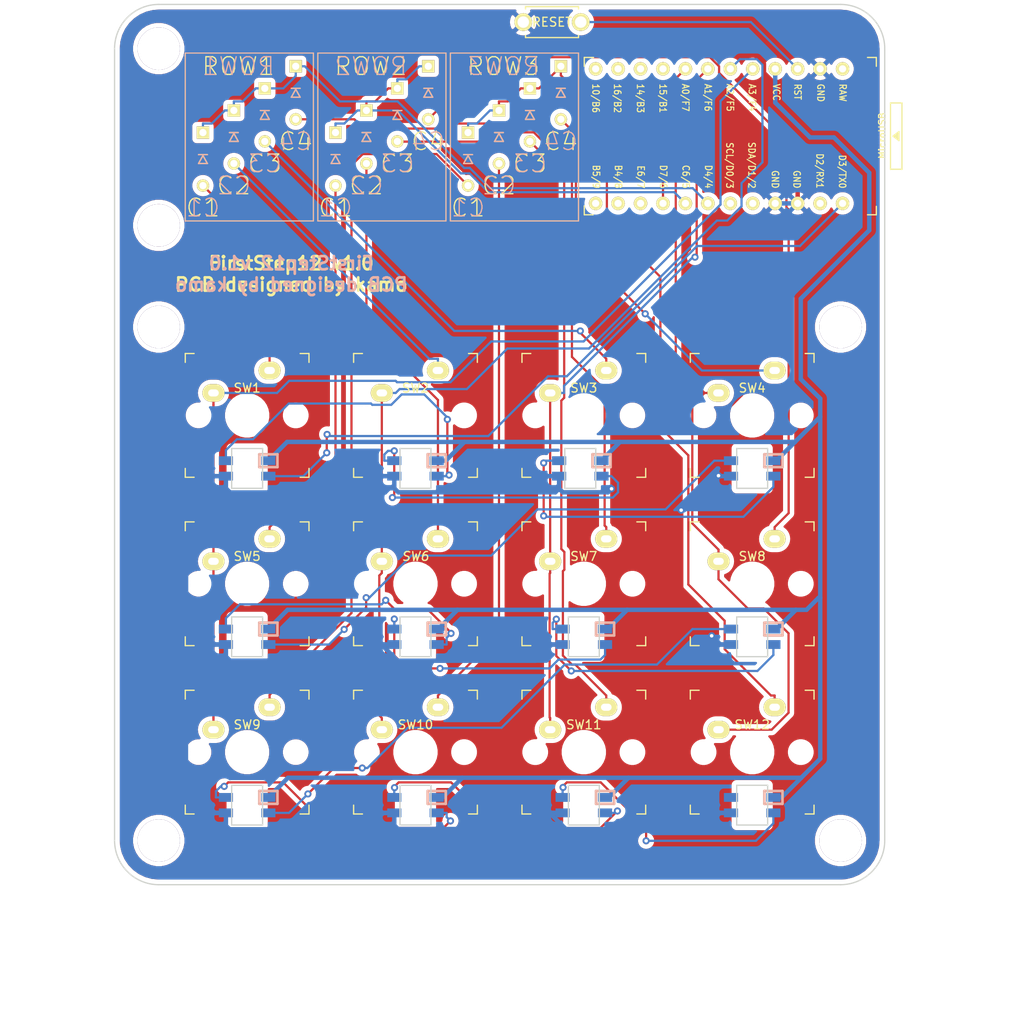
<source format=kicad_pcb>
(kicad_pcb (version 20171130) (host pcbnew 5.1.6)
  (title_block (title firststep12) (company mikamo3))
  (layers (0 F.Cu signal) (31 B.Cu signal) (34 B.Paste user) (35 F.Paste user) (36 B.SilkS user) (37 F.SilkS user) (38 B.Mask user) (39 F.Mask user) (44 Edge.Cuts user))
  (net 0 "")
  (net 1 row0)
  (net 2 "Net-(D1-Pad2)")
  (net 3 "Net-(D2-Pad2)")
  (net 4 "Net-(D3-Pad2)")
  (net 5 "Net-(D4-Pad2)")
  (net 6 row1)
  (net 7 "Net-(D5-Pad2)")
  (net 8 "Net-(D6-Pad2)")
  (net 9 "Net-(D7-Pad2)")
  (net 10 "Net-(D8-Pad2)")
  (net 11 "Net-(D9-Pad2)")
  (net 12 row2)
  (net 13 "Net-(D10-Pad2)")
  (net 14 "Net-(D11-Pad2)")
  (net 15 "Net-(D12-Pad2)")
  (net 16 GND)
  (net 17 "Net-(L1-Pad1)")
  (net 18 VCC)
  (net 19 led)
  (net 20 "Net-(L2-Pad1)")
  (net 21 "Net-(L3-Pad1)")
  (net 22 "Net-(L4-Pad1)")
  (net 23 "Net-(L5-Pad1)")
  (net 24 "Net-(L6-Pad1)")
  (net 25 "Net-(L7-Pad1)")
  (net 26 "Net-(L8-Pad1)")
  (net 27 "Net-(L10-Pad3)")
  (net 28 "Net-(L10-Pad1)")
  (net 29 "Net-(L11-Pad1)")
  (net 30 "Net-(L12-Pad1)")
  (net 31 col0)
  (net 32 col1)
  (net 33 col2)
  (net 34 col3)
  (net 35 reset)
  (net 36 "Net-(U1-Pad2)")
  (net 37 "Net-(U1-Pad5)")
  (net 38 "Net-(U1-Pad6)")
  (net 39 "Net-(U1-Pad10)")
  (net 40 "Net-(U1-Pad11)")
  (net 41 "Net-(U1-Pad12)")
  (net 42 "Net-(U1-Pad13)")
  (net 43 "Net-(U1-Pad14)")
  (net 44 "Net-(U1-Pad15)")
  (net 45 "Net-(U1-Pad16)")
  (net 46 "Net-(U1-Pad24)")
  (module foostan:M2_HOLE_v2 (layer F.Cu) (at 83.09 67.465)
    (fp_text reference H2 hide)
    (fp_text value "" hide)
    (pad "" thru_hole circle (at 0 0) (size 4.8 4.8) (drill 4.8) (layers *.Cu *.Mask Dwgs.User))
  )
  (module firststep12:SK6812MINI_rev_1side (layer F.Cu) (at 130.79 94.965)
    (fp_text reference L3)
    (fp_text value SK6812MINI hide)
    (pad 2 smd rect (at -2.4 0.875) (size 1.6 1) (layers B.Cu B.Paste B.Mask) (net 16 GND))
    (pad 1 smd rect (at -2.4 -0.875) (size 1.6 1) (layers B.Cu B.Paste B.Mask) (net 21 "Net-(L3-Pad1)"))
    (pad 4 smd rect (at 2.4 -0.875) (size 1.6 1) (layers B.Cu B.Paste B.Mask) (net 18 VCC))
    (pad 3 smd rect (at 2.4 0.875) (size 1.6 1) (layers B.Cu B.Paste B.Mask) (net 20 "Net-(L2-Pad1)"))
  )
  (module firststep12:SK6812MINI_rev_1side (layer F.Cu) (at 112.14 94.965)
    (fp_text reference L2)
    (fp_text value SK6812MINI hide)
    (pad 2 smd rect (at -2.4 0.875) (size 1.6 1) (layers B.Cu B.Paste B.Mask) (net 16 GND))
    (pad 1 smd rect (at -2.4 -0.875) (size 1.6 1) (layers B.Cu B.Paste B.Mask) (net 20 "Net-(L2-Pad1)"))
    (pad 4 smd rect (at 2.4 -0.875) (size 1.6 1) (layers B.Cu B.Paste B.Mask) (net 18 VCC))
    (pad 3 smd rect (at 2.4 0.875) (size 1.6 1) (layers B.Cu B.Paste B.Mask) (net 17 "Net-(L1-Pad1)"))
  )
  (module firststep12:SK6812MINI_rev_1side (layer F.Cu) (at 93.09 94.965)
    (fp_text reference L1)
    (fp_text value SK6812MINI hide)
    (pad 2 smd rect (at -2.4 0.875) (size 1.6 1) (layers B.Cu B.Paste B.Mask) (net 16 GND))
    (pad 1 smd rect (at -2.4 -0.875) (size 1.6 1) (layers B.Cu B.Paste B.Mask) (net 17 "Net-(L1-Pad1)"))
    (pad 4 smd rect (at 2.4 -0.875) (size 1.6 1) (layers B.Cu B.Paste B.Mask) (net 18 VCC))
    (pad 3 smd rect (at 2.4 0.875) (size 1.6 1) (layers B.Cu B.Paste B.Mask) (net 19 led))
  )
  (module firststep12:SK6812MINI_rev_1side (layer F.Cu) (at 150.24 94.965)
    (fp_text reference L4)
    (fp_text value SK6812MINI hide)
    (pad 2 smd rect (at -2.4 0.875) (size 1.6 1) (layers B.Cu B.Paste B.Mask) (net 16 GND))
    (pad 1 smd rect (at -2.4 -0.875) (size 1.6 1) (layers B.Cu B.Paste B.Mask) (net 22 "Net-(L4-Pad1)"))
    (pad 4 smd rect (at 2.4 -0.875) (size 1.6 1) (layers B.Cu B.Paste B.Mask) (net 18 VCC))
    (pad 3 smd rect (at 2.4 0.875) (size 1.6 1) (layers B.Cu B.Paste B.Mask) (net 21 "Net-(L3-Pad1)"))
  )
  (module firststep12:SK6812MINI_rev_1side (layer F.Cu) (at 93.09 114.015)
    (fp_text reference L5)
    (fp_text value SK6812MINI hide)
    (pad 2 smd rect (at -2.4 0.875) (size 1.6 1) (layers B.Cu B.Paste B.Mask) (net 16 GND))
    (pad 1 smd rect (at -2.4 -0.875) (size 1.6 1) (layers B.Cu B.Paste B.Mask) (net 23 "Net-(L5-Pad1)"))
    (pad 4 smd rect (at 2.4 -0.875) (size 1.6 1) (layers B.Cu B.Paste B.Mask) (net 18 VCC))
    (pad 3 smd rect (at 2.4 0.875) (size 1.6 1) (layers B.Cu B.Paste B.Mask) (net 22 "Net-(L4-Pad1)"))
  )
  (module firststep12:SK6812MINI_rev_1side (layer F.Cu) (at 112.14 114.015)
    (fp_text reference L6)
    (fp_text value SK6812MINI hide)
    (pad 2 smd rect (at -2.4 0.875) (size 1.6 1) (layers B.Cu B.Paste B.Mask) (net 16 GND))
    (pad 1 smd rect (at -2.4 -0.875) (size 1.6 1) (layers B.Cu B.Paste B.Mask) (net 24 "Net-(L6-Pad1)"))
    (pad 4 smd rect (at 2.4 -0.875) (size 1.6 1) (layers B.Cu B.Paste B.Mask) (net 18 VCC))
    (pad 3 smd rect (at 2.4 0.875) (size 1.6 1) (layers B.Cu B.Paste B.Mask) (net 23 "Net-(L5-Pad1)"))
  )
  (module firststep12:SK6812MINI_rev_1side (layer F.Cu) (at 131.19 114.015)
    (fp_text reference L7)
    (fp_text value SK6812MINI hide)
    (pad 2 smd rect (at -2.4 0.875) (size 1.6 1) (layers B.Cu B.Paste B.Mask) (net 16 GND))
    (pad 1 smd rect (at -2.4 -0.875) (size 1.6 1) (layers B.Cu B.Paste B.Mask) (net 25 "Net-(L7-Pad1)"))
    (pad 4 smd rect (at 2.4 -0.875) (size 1.6 1) (layers B.Cu B.Paste B.Mask) (net 18 VCC))
    (pad 3 smd rect (at 2.4 0.875) (size 1.6 1) (layers B.Cu B.Paste B.Mask) (net 24 "Net-(L6-Pad1)"))
  )
  (module firststep12:SK6812MINI_rev_1side (layer F.Cu) (at 150.24 114.015)
    (fp_text reference L8)
    (fp_text value SK6812MINI hide)
    (pad 2 smd rect (at -2.4 0.875) (size 1.6 1) (layers B.Cu B.Paste B.Mask) (net 16 GND))
    (pad 1 smd rect (at -2.4 -0.875) (size 1.6 1) (layers B.Cu B.Paste B.Mask) (net 26 "Net-(L8-Pad1)"))
    (pad 4 smd rect (at 2.4 -0.875) (size 1.6 1) (layers B.Cu B.Paste B.Mask) (net 18 VCC))
    (pad 3 smd rect (at 2.4 0.875) (size 1.6 1) (layers B.Cu B.Paste B.Mask) (net 25 "Net-(L7-Pad1)"))
  )
  (module firststep12:SK6812MINI_rev_1side (layer F.Cu) (at 93.09 133.065)
    (fp_text reference L9)
    (fp_text value SK6812MINI hide)
    (pad 2 smd rect (at -2.4 0.875) (size 1.6 1) (layers B.Cu B.Paste B.Mask) (net 16 GND))
    (pad 1 smd rect (at -2.4 -0.875) (size 1.6 1) (layers B.Cu B.Paste B.Mask) (net 27 "Net-(L10-Pad3)"))
    (pad 4 smd rect (at 2.4 -0.875) (size 1.6 1) (layers B.Cu B.Paste B.Mask) (net 18 VCC))
    (pad 3 smd rect (at 2.4 0.875) (size 1.6 1) (layers B.Cu B.Paste B.Mask) (net 26 "Net-(L8-Pad1)"))
  )
  (module firststep12:SK6812MINI_rev_1side (layer F.Cu) (at 112.14 133.065)
    (fp_text reference L10)
    (fp_text value SK6812MINI hide)
    (pad 2 smd rect (at -2.4 0.875) (size 1.6 1) (layers B.Cu B.Paste B.Mask) (net 16 GND))
    (pad 1 smd rect (at -2.4 -0.875) (size 1.6 1) (layers B.Cu B.Paste B.Mask) (net 28 "Net-(L10-Pad1)"))
    (pad 4 smd rect (at 2.4 -0.875) (size 1.6 1) (layers B.Cu B.Paste B.Mask) (net 18 VCC))
    (pad 3 smd rect (at 2.4 0.875) (size 1.6 1) (layers B.Cu B.Paste B.Mask) (net 27 "Net-(L10-Pad3)"))
  )
  (module firststep12:SK6812MINI_rev_1side (layer F.Cu) (at 131.19 133.065)
    (fp_text reference L11)
    (fp_text value SK6812MINI hide)
    (pad 2 smd rect (at -2.4 0.875) (size 1.6 1) (layers B.Cu B.Paste B.Mask) (net 16 GND))
    (pad 1 smd rect (at -2.4 -0.875) (size 1.6 1) (layers B.Cu B.Paste B.Mask) (net 29 "Net-(L11-Pad1)"))
    (pad 4 smd rect (at 2.4 -0.875) (size 1.6 1) (layers B.Cu B.Paste B.Mask) (net 18 VCC))
    (pad 3 smd rect (at 2.4 0.875) (size 1.6 1) (layers B.Cu B.Paste B.Mask) (net 28 "Net-(L10-Pad1)"))
  )
  (module firststep12:SK6812MINI_rev_1side (layer F.Cu) (at 150.24 133.065)
    (fp_text reference L12)
    (fp_text value SK6812MINI hide)
    (pad 2 smd rect (at -2.4 0.875) (size 1.6 1) (layers B.Cu B.Paste B.Mask) (net 16 GND))
    (pad 1 smd rect (at -2.4 -0.875) (size 1.6 1) (layers B.Cu B.Paste B.Mask) (net 30 "Net-(L12-Pad1)"))
    (pad 4 smd rect (at 2.4 -0.875) (size 1.6 1) (layers B.Cu B.Paste B.Mask) (net 18 VCC))
    (pad 3 smd rect (at 2.4 0.875) (size 1.6 1) (layers B.Cu B.Paste B.Mask) (net 29 "Net-(L11-Pad1)"))
  )
  (module foostan:M2_HOLE_v2 (layer F.Cu) (at 82.59 47.465)
    (fp_text reference H1 hide)
    (fp_text value "" hide)
    (pad "" thru_hole circle (at 0.5 0) (size 4.8 4.8) (drill 4.8) (layers *.Cu *.Mask Dwgs.User))
  )
  (module foostan:M2_HOLE_v2 (layer F.Cu) (at 163.84 76.965)
    (fp_text reference H4 hide)
    (fp_text value "" hide)
    (pad "" thru_hole circle (at -3.6 2) (size 4.8 4.8) (drill 4.8) (layers *.Cu *.Mask Dwgs.User))
  )
  (module foostan:M2_HOLE_v2 (layer F.Cu) (at 83.09 78.965)
    (fp_text reference H3 hide)
    (fp_text value "" hide)
    (pad "" thru_hole circle (at 0 0) (size 4.8 4.8) (drill 4.8) (layers *.Cu *.Mask Dwgs.User))
  )
  (module foostan:M2_HOLE_v2 (layer F.Cu) (at 162.29 137.065)
    (fp_text reference H6 hide)
    (fp_text value "" hide)
    (pad "" thru_hole circle (at -2.05 0) (size 4.8 4.8) (drill 4.8) (layers *.Cu *.Mask Dwgs.User))
  )
  (module foostan:M2_HOLE_v2 (layer F.Cu) (at 83.09 137.065)
    (fp_text reference H5 hide)
    (fp_text value "" hide)
    (pad "" thru_hole circle (at 0 0) (size 4.8 4.8) (drill 4.8) (layers *.Cu *.Mask Dwgs.User))
  )
  (module foostan:D3_TH (layer F.Cu) (at 88.09 59.965 270)
    (fp_text reference D1)
    (fp_text value D hide)
    (pad 1 thru_hole rect (at -3 0 270) (size 1.397 1.397) (drill 0.8128) (layers *.Cu F.SilkS B.Mask) (net 1 row0))
    (pad 2 thru_hole circle (at 3 0 270) (size 1.397 1.397) (drill 0.8128) (layers *.Cu F.SilkS B.Mask) (net 2 "Net-(D1-Pad2)"))
  )
  (module foostan:D3_TH (layer F.Cu) (at 91.59 57.465 270)
    (fp_text reference D2)
    (fp_text value D hide)
    (pad 2 thru_hole circle (at 3 0 270) (size 1.397 1.397) (drill 0.8128) (layers *.Cu F.SilkS B.Mask) (net 3 "Net-(D2-Pad2)"))
    (pad 1 thru_hole rect (at -3 0 270) (size 1.397 1.397) (drill 0.8128) (layers *.Cu F.SilkS B.Mask) (net 1 row0))
  )
  (module foostan:D3_TH (layer F.Cu) (at 95.09 54.965 270)
    (fp_text reference D3)
    (fp_text value D hide)
    (pad 2 thru_hole circle (at 3 0 270) (size 1.397 1.397) (drill 0.8128) (layers *.Cu F.SilkS B.Mask) (net 4 "Net-(D3-Pad2)"))
    (pad 1 thru_hole rect (at -3 0 270) (size 1.397 1.397) (drill 0.8128) (layers *.Cu F.SilkS B.Mask) (net 1 row0))
  )
  (module foostan:D3_TH (layer F.Cu) (at 98.59 52.465 270)
    (fp_text reference D4)
    (fp_text value D hide)
    (pad 1 thru_hole rect (at -3 0 270) (size 1.397 1.397) (drill 0.8128) (layers *.Cu F.SilkS B.Mask) (net 1 row0))
    (pad 2 thru_hole circle (at 3 0 270) (size 1.397 1.397) (drill 0.8128) (layers *.Cu F.SilkS B.Mask) (net 5 "Net-(D4-Pad2)"))
  )
  (module foostan:D3_TH (layer F.Cu) (at 103.09 59.965 270)
    (fp_text reference D5)
    (fp_text value D hide)
    (pad 1 thru_hole rect (at -3 0 270) (size 1.397 1.397) (drill 0.8128) (layers *.Cu F.SilkS B.Mask) (net 6 row1))
    (pad 2 thru_hole circle (at 3 0 270) (size 1.397 1.397) (drill 0.8128) (layers *.Cu F.SilkS B.Mask) (net 7 "Net-(D5-Pad2)"))
  )
  (module foostan:D3_TH (layer F.Cu) (at 106.59 57.465 270)
    (fp_text reference D6)
    (fp_text value D hide)
    (pad 2 thru_hole circle (at 3 0 270) (size 1.397 1.397) (drill 0.8128) (layers *.Cu F.SilkS B.Mask) (net 8 "Net-(D6-Pad2)"))
    (pad 1 thru_hole rect (at -3 0 270) (size 1.397 1.397) (drill 0.8128) (layers *.Cu F.SilkS B.Mask) (net 6 row1))
  )
  (module foostan:D3_TH (layer F.Cu) (at 110.09 54.965 270)
    (fp_text reference D7)
    (fp_text value D hide)
    (pad 1 thru_hole rect (at -3 0 270) (size 1.397 1.397) (drill 0.8128) (layers *.Cu F.SilkS B.Mask) (net 6 row1))
    (pad 2 thru_hole circle (at 3 0 270) (size 1.397 1.397) (drill 0.8128) (layers *.Cu F.SilkS B.Mask) (net 9 "Net-(D7-Pad2)"))
  )
  (module foostan:D3_TH (layer F.Cu) (at 113.59 52.465 270)
    (fp_text reference D8)
    (fp_text value D hide)
    (pad 2 thru_hole circle (at 3 0 270) (size 1.397 1.397) (drill 0.8128) (layers *.Cu F.SilkS B.Mask) (net 10 "Net-(D8-Pad2)"))
    (pad 1 thru_hole rect (at -3 0 270) (size 1.397 1.397) (drill 0.8128) (layers *.Cu F.SilkS B.Mask) (net 6 row1))
  )
  (module foostan:D3_TH (layer F.Cu) (at 118.09 59.965 270)
    (fp_text reference D9)
    (fp_text value D hide)
    (pad 2 thru_hole circle (at 3 0 270) (size 1.397 1.397) (drill 0.8128) (layers *.Cu F.SilkS B.Mask) (net 11 "Net-(D9-Pad2)"))
    (pad 1 thru_hole rect (at -3 0 270) (size 1.397 1.397) (drill 0.8128) (layers *.Cu F.SilkS B.Mask) (net 12 row2))
  )
  (module foostan:D3_TH (layer F.Cu) (at 121.59 57.465 270)
    (fp_text reference D10)
    (fp_text value D hide)
    (pad 1 thru_hole rect (at -3 0 270) (size 1.397 1.397) (drill 0.8128) (layers *.Cu F.SilkS B.Mask) (net 12 row2))
    (pad 2 thru_hole circle (at 3 0 270) (size 1.397 1.397) (drill 0.8128) (layers *.Cu F.SilkS B.Mask) (net 13 "Net-(D10-Pad2)"))
  )
  (module foostan:D3_TH (layer F.Cu) (at 125.09 54.965 270)
    (fp_text reference D11)
    (fp_text value D hide)
    (pad 2 thru_hole circle (at 3 0 270) (size 1.397 1.397) (drill 0.8128) (layers *.Cu F.SilkS B.Mask) (net 14 "Net-(D11-Pad2)"))
    (pad 1 thru_hole rect (at -3 0 270) (size 1.397 1.397) (drill 0.8128) (layers *.Cu F.SilkS B.Mask) (net 12 row2))
  )
  (module foostan:D3_TH (layer F.Cu) (at 128.59 52.465 270)
    (fp_text reference D12)
    (fp_text value D hide)
    (pad 1 thru_hole rect (at -3 0 270) (size 1.397 1.397) (drill 0.8128) (layers *.Cu F.SilkS B.Mask) (net 12 row2))
    (pad 2 thru_hole circle (at 3 0 270) (size 1.397 1.397) (drill 0.8128) (layers *.Cu F.SilkS B.Mask) (net 15 "Net-(D12-Pad2)"))
  )
  (module foostan:CherryMX_1u (layer F.Cu) (at 93.09 88.965)
    (fp_text reference SW1 (at 0 -3.1) (layer F.SilkS))
    (fp_text value SW_PUSH hide)
    (pad "" np_thru_hole circle (at 0 0 90) (size 4 4) (drill 4) (layers *.Cu *.Mask))
    (pad "" np_thru_hole circle (at -5.5 0 90) (size 1.9 1.9) (drill 1.9) (layers *.Cu *.Mask))
    (pad "" np_thru_hole circle (at 5.5 0 90) (size 1.9 1.9) (drill 1.9) (layers *.Cu *.Mask))
    (pad 2 thru_hole oval (at 2.54 -5.08) (size 2.5 2) (drill oval 1.2 0.8) (layers *.Cu F.SilkS B.Mask) (net 2 "Net-(D1-Pad2)"))
    (pad 1 thru_hole oval (at -3.81 -2.54) (size 2.5 2) (drill oval 1.2 0.8) (layers *.Cu F.SilkS B.Mask) (net 31 col0))
  )
  (module foostan:CherryMX_1u (layer F.Cu) (at 112.14 88.965)
    (fp_text reference SW2 (at 0 -3.1) (layer F.SilkS))
    (fp_text value SW_PUSH hide)
    (pad 1 thru_hole oval (at -3.81 -2.54) (size 2.5 2) (drill oval 1.2 0.8) (layers *.Cu F.SilkS B.Mask) (net 32 col1))
    (pad 2 thru_hole oval (at 2.54 -5.08) (size 2.5 2) (drill oval 1.2 0.8) (layers *.Cu F.SilkS B.Mask) (net 3 "Net-(D2-Pad2)"))
    (pad "" np_thru_hole circle (at 5.5 0 90) (size 1.9 1.9) (drill 1.9) (layers *.Cu *.Mask))
    (pad "" np_thru_hole circle (at -5.5 0 90) (size 1.9 1.9) (drill 1.9) (layers *.Cu *.Mask))
    (pad "" np_thru_hole circle (at 0 0 90) (size 4 4) (drill 4) (layers *.Cu *.Mask))
  )
  (module foostan:CherryMX_1u (layer F.Cu) (at 131.19 88.965)
    (fp_text reference SW3 (at 0 -3.1) (layer F.SilkS))
    (fp_text value SW_PUSH hide)
    (pad "" np_thru_hole circle (at 0 0 90) (size 4 4) (drill 4) (layers *.Cu *.Mask))
    (pad "" np_thru_hole circle (at -5.5 0 90) (size 1.9 1.9) (drill 1.9) (layers *.Cu *.Mask))
    (pad "" np_thru_hole circle (at 5.5 0 90) (size 1.9 1.9) (drill 1.9) (layers *.Cu *.Mask))
    (pad 2 thru_hole oval (at 2.54 -5.08) (size 2.5 2) (drill oval 1.2 0.8) (layers *.Cu F.SilkS B.Mask) (net 4 "Net-(D3-Pad2)"))
    (pad 1 thru_hole oval (at -3.81 -2.54) (size 2.5 2) (drill oval 1.2 0.8) (layers *.Cu F.SilkS B.Mask) (net 33 col2))
  )
  (module foostan:CherryMX_1u (layer F.Cu) (at 150.24 88.965)
    (fp_text reference SW4 (at 0 -3.1) (layer F.SilkS))
    (fp_text value SW_PUSH hide)
    (pad 1 thru_hole oval (at -3.81 -2.54) (size 2.5 2) (drill oval 1.2 0.8) (layers *.Cu F.SilkS B.Mask) (net 34 col3))
    (pad 2 thru_hole oval (at 2.54 -5.08) (size 2.5 2) (drill oval 1.2 0.8) (layers *.Cu F.SilkS B.Mask) (net 5 "Net-(D4-Pad2)"))
    (pad "" np_thru_hole circle (at 5.5 0 90) (size 1.9 1.9) (drill 1.9) (layers *.Cu *.Mask))
    (pad "" np_thru_hole circle (at -5.5 0 90) (size 1.9 1.9) (drill 1.9) (layers *.Cu *.Mask))
    (pad "" np_thru_hole circle (at 0 0 90) (size 4 4) (drill 4) (layers *.Cu *.Mask))
  )
  (module foostan:CherryMX_1u (layer F.Cu) (at 93.09 108.015)
    (fp_text reference SW5 (at 0 -3.1) (layer F.SilkS))
    (fp_text value SW_PUSH hide)
    (pad 1 thru_hole oval (at -3.81 -2.54) (size 2.5 2) (drill oval 1.2 0.8) (layers *.Cu F.SilkS B.Mask) (net 31 col0))
    (pad 2 thru_hole oval (at 2.54 -5.08) (size 2.5 2) (drill oval 1.2 0.8) (layers *.Cu F.SilkS B.Mask) (net 7 "Net-(D5-Pad2)"))
    (pad "" np_thru_hole circle (at 5.5 0 90) (size 1.9 1.9) (drill 1.9) (layers *.Cu *.Mask))
    (pad "" np_thru_hole circle (at -5.5 0 90) (size 1.9 1.9) (drill 1.9) (layers *.Cu *.Mask))
    (pad "" np_thru_hole circle (at 0 0 90) (size 4 4) (drill 4) (layers *.Cu *.Mask))
  )
  (module foostan:CherryMX_1u (layer F.Cu) (at 112.14 108.015)
    (fp_text reference SW6 (at 0 -3.1) (layer F.SilkS) (effects (font (thickness 0.15) italic)))
    (fp_text value SW_PUSH hide)
    (pad "" np_thru_hole circle (at 0 0 90) (size 4 4) (drill 4) (layers *.Cu *.Mask))
    (pad "" np_thru_hole circle (at -5.5 0 90) (size 1.9 1.9) (drill 1.9) (layers *.Cu *.Mask))
    (pad "" np_thru_hole circle (at 5.5 0 90) (size 1.9 1.9) (drill 1.9) (layers *.Cu *.Mask))
    (pad 2 thru_hole oval (at 2.54 -5.08) (size 2.5 2) (drill oval 1.2 0.8) (layers *.Cu F.SilkS B.Mask) (net 8 "Net-(D6-Pad2)"))
    (pad 1 thru_hole oval (at -3.81 -2.54) (size 2.5 2) (drill oval 1.2 0.8) (layers *.Cu F.SilkS B.Mask) (net 32 col1))
  )
  (module foostan:CherryMX_1u (layer F.Cu) (at 131.19 108.015)
    (fp_text reference SW7 (at 0 -3.1) (layer F.SilkS))
    (fp_text value SW_PUSH hide)
    (pad 1 thru_hole oval (at -3.81 -2.54) (size 2.5 2) (drill oval 1.2 0.8) (layers *.Cu F.SilkS B.Mask) (net 33 col2))
    (pad 2 thru_hole oval (at 2.54 -5.08) (size 2.5 2) (drill oval 1.2 0.8) (layers *.Cu F.SilkS B.Mask) (net 9 "Net-(D7-Pad2)"))
    (pad "" np_thru_hole circle (at 5.5 0 90) (size 1.9 1.9) (drill 1.9) (layers *.Cu *.Mask))
    (pad "" np_thru_hole circle (at -5.5 0 90) (size 1.9 1.9) (drill 1.9) (layers *.Cu *.Mask))
    (pad "" np_thru_hole circle (at 0 0 90) (size 4 4) (drill 4) (layers *.Cu *.Mask))
  )
  (module foostan:CherryMX_1u (layer F.Cu) (at 150.24 108.015)
    (fp_text reference SW8 (at 0 -3.1) (layer F.SilkS))
    (fp_text value SW_PUSH hide)
    (pad "" np_thru_hole circle (at 0 0 90) (size 4 4) (drill 4) (layers *.Cu *.Mask))
    (pad "" np_thru_hole circle (at -5.5 0 90) (size 1.9 1.9) (drill 1.9) (layers *.Cu *.Mask))
    (pad "" np_thru_hole circle (at 5.5 0 90) (size 1.9 1.9) (drill 1.9) (layers *.Cu *.Mask))
    (pad 2 thru_hole oval (at 2.54 -5.08) (size 2.5 2) (drill oval 1.2 0.8) (layers *.Cu F.SilkS B.Mask) (net 10 "Net-(D8-Pad2)"))
    (pad 1 thru_hole oval (at -3.81 -2.54) (size 2.5 2) (drill oval 1.2 0.8) (layers *.Cu F.SilkS B.Mask) (net 34 col3))
  )
  (module foostan:CherryMX_1u (layer F.Cu) (at 93.09 127.065)
    (fp_text reference SW9 (at 0 -3.1) (layer F.SilkS))
    (fp_text value SW_PUSH hide)
    (pad 1 thru_hole oval (at -3.81 -2.54) (size 2.5 2) (drill oval 1.2 0.8) (layers *.Cu F.SilkS B.Mask) (net 31 col0))
    (pad 2 thru_hole oval (at 2.54 -5.08) (size 2.5 2) (drill oval 1.2 0.8) (layers *.Cu F.SilkS B.Mask) (net 11 "Net-(D9-Pad2)"))
    (pad "" np_thru_hole circle (at 5.5 0 90) (size 1.9 1.9) (drill 1.9) (layers *.Cu *.Mask))
    (pad "" np_thru_hole circle (at -5.5 0 90) (size 1.9 1.9) (drill 1.9) (layers *.Cu *.Mask))
    (pad "" np_thru_hole circle (at 0 0 90) (size 4 4) (drill 4) (layers *.Cu *.Mask))
  )
  (module foostan:CherryMX_1u (layer F.Cu) (at 112.14 127.065)
    (fp_text reference SW10 (at 0 -3.1) (layer F.SilkS))
    (fp_text value SW_PUSH hide)
    (pad "" np_thru_hole circle (at 0 0 90) (size 4 4) (drill 4) (layers *.Cu *.Mask))
    (pad "" np_thru_hole circle (at -5.5 0 90) (size 1.9 1.9) (drill 1.9) (layers *.Cu *.Mask))
    (pad "" np_thru_hole circle (at 5.5 0 90) (size 1.9 1.9) (drill 1.9) (layers *.Cu *.Mask))
    (pad 2 thru_hole oval (at 2.54 -5.08) (size 2.5 2) (drill oval 1.2 0.8) (layers *.Cu F.SilkS B.Mask) (net 13 "Net-(D10-Pad2)"))
    (pad 1 thru_hole oval (at -3.81 -2.54) (size 2.5 2) (drill oval 1.2 0.8) (layers *.Cu F.SilkS B.Mask) (net 32 col1))
  )
  (module foostan:CherryMX_1u (layer F.Cu) (at 131.19 127.065)
    (fp_text reference SW11 (at 0 -3.1) (layer F.SilkS))
    (fp_text value SW_PUSH hide)
    (pad "" np_thru_hole circle (at 0 0 90) (size 4 4) (drill 4) (layers *.Cu *.Mask))
    (pad "" np_thru_hole circle (at -5.5 0 90) (size 1.9 1.9) (drill 1.9) (layers *.Cu *.Mask))
    (pad "" np_thru_hole circle (at 5.5 0 90) (size 1.9 1.9) (drill 1.9) (layers *.Cu *.Mask))
    (pad 2 thru_hole oval (at 2.54 -5.08) (size 2.5 2) (drill oval 1.2 0.8) (layers *.Cu F.SilkS B.Mask) (net 14 "Net-(D11-Pad2)"))
    (pad 1 thru_hole oval (at -3.81 -2.54) (size 2.5 2) (drill oval 1.2 0.8) (layers *.Cu F.SilkS B.Mask) (net 33 col2))
  )
  (module foostan:CherryMX_1u (layer F.Cu) (at 150.24 127.065)
    (fp_text reference SW12 (at 0 -3.1) (layer F.SilkS))
    (fp_text value SW_PUSH hide)
    (pad 1 thru_hole oval (at -3.81 -2.54) (size 2.5 2) (drill oval 1.2 0.8) (layers *.Cu F.SilkS B.Mask) (net 34 col3))
    (pad 2 thru_hole oval (at 2.54 -5.08) (size 2.5 2) (drill oval 1.2 0.8) (layers *.Cu F.SilkS B.Mask) (net 15 "Net-(D12-Pad2)"))
    (pad "" np_thru_hole circle (at 5.5 0 90) (size 1.9 1.9) (drill 1.9) (layers *.Cu *.Mask))
    (pad "" np_thru_hole circle (at -5.5 0 90) (size 1.9 1.9) (drill 1.9) (layers *.Cu *.Mask))
    (pad "" np_thru_hole circle (at 0 0 90) (size 4 4) (drill 4) (layers *.Cu *.Mask))
  )
  (module foostan:ResetSW_1side (layer F.Cu) (at 127.59 44.465 180)
    (fp_text reference SW13 hide)
    (fp_text value SW_Push)
    (fp_text user RESET (at 0 0) (layer F.SilkS))
    (pad 1 thru_hole circle (at 3.25 0 180) (size 2 2) (drill 1.3) (layers *.Cu F.SilkS B.Mask) (net 16 GND))
    (pad 2 thru_hole circle (at -3.25 0 180) (size 2 2) (drill 1.3) (layers *.Cu F.SilkS B.Mask) (net 35 reset))
  )
  (module foostan:ProMicro_v3.5 (layer F.Cu) (at 145.99 57.365 270)
    (fp_text reference U1 hide)
    (fp_text value ProMicro_r hide)
    (fp_text user MicroUSB (at -0.05 -18.95 90) (layer F.SilkS) (effects (font (size 0.75 0.75) (thickness 0.12))))
    (fp_text user B4/8 (at 6 10.9 270 unlocked) (layer F.SilkS) (effects (font (size 0.75 0.67) (thickness 0.125)) (justify right)))
    (fp_text user D2/RX1 (at 6 -11.9 270 unlocked) (layer F.SilkS) (effects (font (size 0.75 0.67) (thickness 0.125)) (justify right)))
    (fp_text user B5/9 (at 6 13.4 270 unlocked) (layer F.SilkS) (effects (font (size 0.75 0.67) (thickness 0.125)) (justify right)))
    (fp_text user C6/5 (at 6 3.25 270 unlocked) (layer F.SilkS) (effects (font (size 0.75 0.67) (thickness 0.125)) (justify right)))
    (fp_text user SCL/D0/3 (at 6 -1.7 270 unlocked) (layer F.SilkS) (effects (font (size 0.75 0.67) (thickness 0.125)) (justify right)))
    (fp_text user SDA/D1/2 (at 6 -4.2 270 unlocked) (layer F.SilkS) (effects (font (size 0.75 0.67) (thickness 0.125)) (justify right)))
    (fp_text user D4/4 (at 6 0.7 270 unlocked) (layer F.SilkS) (effects (font (size 0.75 0.67) (thickness 0.125)) (justify right)))
    (fp_text user D3/TX0 (at 6 -14.45 270 unlocked) (layer F.SilkS) (effects (font (size 0.75 0.67) (thickness 0.125)) (justify right)))
    (fp_text user GND (at 6 -6.85 270 unlocked) (layer F.SilkS) (effects (font (size 0.75 0.67) (thickness 0.125)) (justify right)))
    (fp_text user GND (at 6 -9.3 270 unlocked) (layer F.SilkS) (effects (font (size 0.75 0.67) (thickness 0.125)) (justify right)))
    (fp_text user D7/6 (at 6 5.8 270 unlocked) (layer F.SilkS) (effects (font (size 0.75 0.67) (thickness 0.125)) (justify right)))
    (fp_text user E6/7 (at 6 8.35 270 unlocked) (layer F.SilkS) (effects (font (size 0.75 0.67) (thickness 0.125)) (justify right)))
    (fp_text user 16/B2 (at -6 11 270 unlocked) (layer F.SilkS) (effects (font (size 0.75 0.67) (thickness 0.125)) (justify left)))
    (fp_text user 10/B6 (at -6 13.45 270 unlocked) (layer F.SilkS) (effects (font (size 0.75 0.67) (thickness 0.125)) (justify left)))
    (fp_text user 14/B3 (at -6 8.4 270 unlocked) (layer F.SilkS) (effects (font (size 0.75 0.67) (thickness 0.125)) (justify left)))
    (fp_text user 15/B1 (at -6 5.85 270 unlocked) (layer F.SilkS) (effects (font (size 0.75 0.67) (thickness 0.125)) (justify left)))
    (fp_text user A0/F7 (at -6 3.3 270 unlocked) (layer F.SilkS) (effects (font (size 0.75 0.67) (thickness 0.125)) (justify left)))
    (fp_text user A1/F6 (at -6 0.75 270 unlocked) (layer F.SilkS) (effects (font (size 0.75 0.67) (thickness 0.125)) (justify left)))
    (fp_text user A2/F5 (at -6 -1.75 270 unlocked) (layer F.SilkS) (effects (font (size 0.75 0.67) (thickness 0.125)) (justify left)))
    (fp_text user A3/F4 (at -6 -4.25 270 unlocked) (layer F.SilkS) (effects (font (size 0.75 0.67) (thickness 0.125)) (justify left)))
    (fp_text user VCC (at -6 -7 270 unlocked) (layer F.SilkS) (effects (font (size 0.75 0.67) (thickness 0.125)) (justify left)))
    (fp_text user RST (at -6 -9.4 270 unlocked) (layer F.SilkS) (effects (font (size 0.75 0.67) (thickness 0.125)) (justify left)))
    (fp_text user GND (at -6 -12 270 unlocked) (layer F.SilkS) (effects (font (size 0.75 0.67) (thickness 0.125)) (justify left)))
    (fp_text user RAW (at -6 -14.5 270 unlocked) (layer F.SilkS) (effects (font (size 0.75 0.67) (thickness 0.125)) (justify left)))
    (fp_text user "" (at -0.545 -17.4 90) (layer F.SilkS))
    (fp_text user "" (at -1.2515 -16.256 90) (layer B.SilkS) (effects (justify mirror)))
    (pad 1 thru_hole circle (at 7.6114 -14.478 270) (size 1.524 1.524) (drill 0.8128) (layers *.Cu F.SilkS B.Mask) (net 19 led))
    (pad 2 thru_hole circle (at 7.6114 -11.938 270) (size 1.524 1.524) (drill 0.8128) (layers *.Cu F.SilkS B.Mask) (net 36 "Net-(U1-Pad2)"))
    (pad 3 thru_hole circle (at 7.6114 -9.398 270) (size 1.524 1.524) (drill 0.8128) (layers *.Cu F.SilkS B.Mask) (net 16 GND))
    (pad 4 thru_hole circle (at 7.6114 -6.858 270) (size 1.524 1.524) (drill 0.8128) (layers *.Cu F.SilkS B.Mask) (net 16 GND))
    (pad 5 thru_hole circle (at 7.6114 -4.318 270) (size 1.524 1.524) (drill 0.8128) (layers *.Cu F.SilkS B.Mask) (net 37 "Net-(U1-Pad5)"))
    (pad 6 thru_hole circle (at 7.6114 -1.778 270) (size 1.524 1.524) (drill 0.8128) (layers *.Cu F.SilkS B.Mask) (net 38 "Net-(U1-Pad6)"))
    (pad 7 thru_hole circle (at 7.6114 0.762 270) (size 1.524 1.524) (drill 0.8128) (layers *.Cu F.SilkS B.Mask) (net 1 row0))
    (pad 8 thru_hole circle (at 7.6114 3.302 270) (size 1.524 1.524) (drill 0.8128) (layers *.Cu F.SilkS B.Mask) (net 6 row1))
    (pad 9 thru_hole circle (at 7.6114 5.842 270) (size 1.524 1.524) (drill 0.8128) (layers *.Cu F.SilkS B.Mask) (net 12 row2))
    (pad 10 thru_hole circle (at 7.6114 8.382 270) (size 1.524 1.524) (drill 0.8128) (layers *.Cu F.SilkS B.Mask) (net 39 "Net-(U1-Pad10)"))
    (pad 11 thru_hole circle (at 7.6114 10.922 270) (size 1.524 1.524) (drill 0.8128) (layers *.Cu F.SilkS B.Mask) (net 40 "Net-(U1-Pad11)"))
    (pad 12 thru_hole circle (at 7.6114 13.462 270) (size 1.524 1.524) (drill 0.8128) (layers *.Cu F.SilkS B.Mask) (net 41 "Net-(U1-Pad12)"))
    (pad 13 thru_hole circle (at -7.6086 13.462 270) (size 1.524 1.524) (drill 0.8128) (layers *.Cu F.SilkS B.Mask) (net 42 "Net-(U1-Pad13)"))
    (pad 14 thru_hole circle (at -7.6086 10.922 270) (size 1.524 1.524) (drill 0.8128) (layers *.Cu F.SilkS B.Mask) (net 43 "Net-(U1-Pad14)"))
    (pad 15 thru_hole circle (at -7.6086 8.382 270) (size 1.524 1.524) (drill 0.8128) (layers *.Cu F.SilkS B.Mask) (net 44 "Net-(U1-Pad15)"))
    (pad 16 thru_hole circle (at -7.6086 5.842 270) (size 1.524 1.524) (drill 0.8128) (layers *.Cu F.SilkS B.Mask) (net 45 "Net-(U1-Pad16)"))
    (pad 17 thru_hole circle (at -7.6086 3.302 270) (size 1.524 1.524) (drill 0.8128) (layers *.Cu F.SilkS B.Mask) (net 34 col3))
    (pad 18 thru_hole circle (at -7.6086 0.762 270) (size 1.524 1.524) (drill 0.8128) (layers *.Cu F.SilkS B.Mask) (net 33 col2))
    (pad 19 thru_hole circle (at -7.6086 -1.778 270) (size 1.524 1.524) (drill 0.8128) (layers *.Cu F.SilkS B.Mask) (net 32 col1))
    (pad 20 thru_hole circle (at -7.6086 -4.318 270) (size 1.524 1.524) (drill 0.8128) (layers *.Cu F.SilkS B.Mask) (net 31 col0))
    (pad 21 thru_hole circle (at -7.6086 -6.858 270) (size 1.524 1.524) (drill 0.8128) (layers *.Cu F.SilkS B.Mask) (net 18 VCC))
    (pad 22 thru_hole circle (at -7.6086 -9.398 270) (size 1.524 1.524) (drill 0.8128) (layers *.Cu F.SilkS B.Mask) (net 35 reset))
    (pad 23 thru_hole circle (at -7.6086 -11.938 270) (size 1.524 1.524) (drill 0.8128) (layers *.Cu F.SilkS B.Mask) (net 16 GND))
    (pad 24 thru_hole circle (at -7.6086 -14.478 270) (size 1.524 1.524) (drill 0.8128) (layers *.Cu F.SilkS B.Mask) (net 46 "Net-(U1-Pad24)"))
  )
  (gr_line (start 116.09 66.965) (end 116.09 47.965) (layer B.SilkS) (width 0.12))
  (gr_line (start 130.59 66.965) (end 116.09 66.965) (layer B.SilkS) (width 0.12))
  (gr_line (start 116.09 47.965) (end 130.59 47.965) (layer B.SilkS) (width 0.12))
  (gr_line (start 130.59 47.965) (end 130.59 66.965) (layer B.SilkS) (width 0.12))
  (gr_text C4 (at 128.59 57.965) (layer B.SilkS) (effects (font (size 2 2)) (justify mirror)))
  (gr_text C3 (at 125.09 60.465) (layer B.SilkS) (effects (font (size 2 2)) (justify mirror)))
  (gr_text C2 (at 121.59 62.965) (layer B.SilkS) (effects (font (size 2 2)) (justify mirror)))
  (gr_text C1 (at 118.09 65.465) (layer B.SilkS) (effects (font (size 2 2)) (justify mirror)))
  (gr_text ROW3 (at 122.09 49.465) (layer B.SilkS) (effects (font (size 2 2)) (justify mirror)))
  (gr_line (start 115.59 47.965) (end 115.59 66.965) (layer B.SilkS) (width 0.12))
  (gr_line (start 101.09 66.965) (end 101.09 47.965) (layer B.SilkS) (width 0.12))
  (gr_line (start 101.09 47.965) (end 115.59 47.965) (layer B.SilkS) (width 0.12))
  (gr_line (start 115.59 66.965) (end 101.09 66.965) (layer B.SilkS) (width 0.12))
  (gr_text C4 (at 113.59 57.965) (layer B.SilkS) (effects (font (size 2 2)) (justify mirror)))
  (gr_text C3 (at 110.09 60.465) (layer B.SilkS) (effects (font (size 2 2)) (justify mirror)))
  (gr_text C2 (at 106.59 62.965) (layer B.SilkS) (effects (font (size 2 2)) (justify mirror)))
  (gr_text C1 (at 103.09 65.465) (layer B.SilkS) (effects (font (size 2 2)) (justify mirror)))
  (gr_text ROW2 (at 107.09 49.465) (layer B.SilkS) (effects (font (size 2 2)) (justify mirror)))
  (gr_line (start 100.59 66.965) (end 86.09 66.965) (layer B.SilkS) (width 0.12))
  (gr_line (start 100.59 47.965) (end 100.59 66.965) (layer B.SilkS) (width 0.12))
  (gr_line (start 86.09 47.965) (end 100.59 47.965) (layer B.SilkS) (width 0.12))
  (gr_line (start 86.09 67.015) (end 86.09 48.015) (layer B.SilkS) (width 0.12))
  (gr_text ROW1 (at 92.09 49.465) (layer B.SilkS) (effects (font (size 2 2)) (justify mirror)))
  (gr_text C4 (at 98.59 57.965) (layer B.SilkS) (effects (font (size 2 2)) (justify mirror)))
  (gr_text C3 (at 95.09 60.465) (layer B.SilkS) (effects (font (size 2 2)) (justify mirror)))
  (gr_text C2 (at 91.59 62.965) (layer B.SilkS) (effects (font (size 2 2)) (justify mirror)))
  (gr_text C1 (at 88.09 65.465) (layer B.SilkS) (effects (font (size 2 2)) (justify mirror)))
  (gr_text "FirstStep12 v1.0\nPCB designed by kamo\n" (at 98.09 72.965) (layer F.SilkS) (effects (font (size 1.5 1.5) (thickness 0.3))))
  (gr_text "FirstStep12 v1.0\nPCB designed by kamo\n" (at 98.09 72.965) (layer B.SilkS) (effects (font (size 1.5 1.5) (thickness 0.3)) (justify mirror)))
  (gr_line (start 151.99 130.815) (end 148.49 130.815) (layer Edge.Cuts) (width 0.15))
  (gr_line (start 151.99 135.315) (end 151.99 130.815) (layer Edge.Cuts) (width 0.15))
  (gr_line (start 148.49 135.315) (end 151.99 135.315) (layer Edge.Cuts) (width 0.15))
  (gr_line (start 148.49 130.815) (end 148.49 135.315) (layer Edge.Cuts) (width 0.15))
  (gr_line (start 132.94 130.815) (end 129.44 130.815) (layer Edge.Cuts) (width 0.15))
  (gr_line (start 132.94 135.315) (end 132.94 130.815) (layer Edge.Cuts) (width 0.15))
  (gr_line (start 129.44 135.315) (end 132.94 135.315) (layer Edge.Cuts) (width 0.15))
  (gr_line (start 129.44 130.815) (end 129.44 135.315) (layer Edge.Cuts) (width 0.15))
  (gr_line (start 113.89 130.815) (end 110.39 130.815) (layer Edge.Cuts) (width 0.15))
  (gr_line (start 113.89 135.315) (end 113.89 130.815) (layer Edge.Cuts) (width 0.15))
  (gr_line (start 110.39 135.315) (end 113.89 135.315) (layer Edge.Cuts) (width 0.15))
  (gr_line (start 110.39 130.815) (end 110.39 135.315) (layer Edge.Cuts) (width 0.15))
  (gr_line (start 94.84 130.815) (end 91.34 130.815) (layer Edge.Cuts) (width 0.15))
  (gr_line (start 94.84 135.315) (end 94.84 130.815) (layer Edge.Cuts) (width 0.15))
  (gr_line (start 91.34 135.315) (end 94.84 135.315) (layer Edge.Cuts) (width 0.15))
  (gr_line (start 91.34 130.815) (end 91.34 135.315) (layer Edge.Cuts) (width 0.15))
  (gr_line (start 151.99 111.765) (end 148.49 111.765) (layer Edge.Cuts) (width 0.15))
  (gr_line (start 151.99 116.265) (end 151.99 111.765) (layer Edge.Cuts) (width 0.15))
  (gr_line (start 148.49 116.265) (end 151.99 116.265) (layer Edge.Cuts) (width 0.15))
  (gr_line (start 148.49 111.765) (end 148.49 116.265) (layer Edge.Cuts) (width 0.15))
  (gr_line (start 132.94 111.765) (end 129.44 111.765) (layer Edge.Cuts) (width 0.15))
  (gr_line (start 132.94 116.265) (end 132.94 111.765) (layer Edge.Cuts) (width 0.15))
  (gr_line (start 129.44 116.265) (end 132.94 116.265) (layer Edge.Cuts) (width 0.15))
  (gr_line (start 129.44 111.765) (end 129.44 116.265) (layer Edge.Cuts) (width 0.15))
  (gr_line (start 113.89 111.765) (end 110.39 111.765) (layer Edge.Cuts) (width 0.15))
  (gr_line (start 113.89 116.265) (end 113.89 111.765) (layer Edge.Cuts) (width 0.15))
  (gr_line (start 110.39 116.265) (end 113.89 116.265) (layer Edge.Cuts) (width 0.15))
  (gr_line (start 110.39 111.765) (end 110.39 116.265) (layer Edge.Cuts) (width 0.15))
  (gr_line (start 94.84 111.765) (end 91.34 111.765) (layer Edge.Cuts) (width 0.15))
  (gr_line (start 94.84 116.265) (end 94.84 111.765) (layer Edge.Cuts) (width 0.15))
  (gr_line (start 91.34 116.265) (end 94.84 116.265) (layer Edge.Cuts) (width 0.15))
  (gr_line (start 91.34 111.765) (end 91.34 116.265) (layer Edge.Cuts) (width 0.15))
  (gr_line (start 151.99 92.715) (end 148.49 92.715) (layer Edge.Cuts) (width 0.15))
  (gr_line (start 151.99 97.215) (end 151.99 92.715) (layer Edge.Cuts) (width 0.15))
  (gr_line (start 148.49 97.215) (end 151.99 97.215) (layer Edge.Cuts) (width 0.15))
  (gr_line (start 148.49 92.715) (end 148.49 97.215) (layer Edge.Cuts) (width 0.15))
  (gr_line (start 132.54 92.715) (end 129.04 92.715) (layer Edge.Cuts) (width 0.15))
  (gr_line (start 132.54 97.215) (end 132.54 92.715) (layer Edge.Cuts) (width 0.15))
  (gr_line (start 129.04 97.215) (end 132.54 97.215) (layer Edge.Cuts) (width 0.15))
  (gr_line (start 129.04 92.715) (end 129.04 97.215) (layer Edge.Cuts) (width 0.15))
  (gr_line (start 113.89 92.715) (end 110.39 92.715) (layer Edge.Cuts) (width 0.15))
  (gr_line (start 113.89 97.215) (end 113.89 92.715) (layer Edge.Cuts) (width 0.15))
  (gr_line (start 110.39 97.215) (end 113.89 97.215) (layer Edge.Cuts) (width 0.15))
  (gr_line (start 110.39 92.715) (end 110.39 97.215) (layer Edge.Cuts) (width 0.15))
  (gr_line (start 94.84 92.715) (end 91.34 92.715) (layer Edge.Cuts) (width 0.15))
  (gr_line (start 94.84 97.215) (end 94.84 92.715) (layer Edge.Cuts) (width 0.15))
  (gr_line (start 91.34 97.215) (end 94.84 97.215) (layer Edge.Cuts) (width 0.15))
  (gr_line (start 91.34 92.715) (end 91.34 97.215) (layer Edge.Cuts) (width 0.15))
  (gr_arc (start 160.24 47.465) (end 165.24 47.465) (angle -90) (layer Edge.Cuts) (width 0.15))
  (gr_line (start 160.24 42.465) (end 83.09 42.465) (layer Edge.Cuts) (width 0.15))
  (gr_arc (start 83.09 47.465) (end 83.09 42.465) (angle -90) (layer Edge.Cuts) (width 0.15))
  (gr_line (start 116.09 47.965) (end 130.59 47.965) (layer F.SilkS) (width 0.12))
  (gr_text C4 (at 128.59 57.965) (layer F.SilkS) (effects (font (size 2 2))))
  (gr_text C2 (at 121.59 62.965) (layer F.SilkS) (effects (font (size 2 2))))
  (gr_line (start 130.59 66.965) (end 116.09 66.965) (layer F.SilkS) (width 0.12))
  (gr_text C1 (at 118.09 65.465) (layer F.SilkS) (effects (font (size 2 2))))
  (gr_line (start 116.09 47.965) (end 116.09 66.965) (layer F.SilkS) (width 0.12))
  (gr_text C3 (at 125.09 60.465) (layer F.SilkS) (effects (font (size 2 2))))
  (gr_line (start 130.59 66.965) (end 130.59 47.965) (layer F.SilkS) (width 0.12))
  (gr_text ROW3 (at 122.09 49.465) (layer F.SilkS) (effects (font (size 2 2))))
  (gr_line (start 101.09 47.965) (end 115.59 47.965) (layer F.SilkS) (width 0.12))
  (gr_text C4 (at 113.59 57.965) (layer F.SilkS) (effects (font (size 2 2))))
  (gr_text C2 (at 106.59 62.965) (layer F.SilkS) (effects (font (size 2 2))))
  (gr_line (start 115.59 66.965) (end 101.09 66.965) (layer F.SilkS) (width 0.12))
  (gr_text C1 (at 103.09 65.465) (layer F.SilkS) (effects (font (size 2 2))))
  (gr_line (start 101.09 47.965) (end 101.09 66.965) (layer F.SilkS) (width 0.12))
  (gr_text C3 (at 110.09 60.465) (layer F.SilkS) (effects (font (size 2 2))))
  (gr_line (start 115.59 66.965) (end 115.59 47.965) (layer F.SilkS) (width 0.12))
  (gr_text ROW2 (at 107.09 49.465) (layer F.SilkS) (effects (font (size 2 2))))
  (gr_text ROW1 (at 92.09 49.465) (layer F.SilkS) (effects (font (size 2 2))))
  (gr_text C4 (at 98.59 57.965) (layer F.SilkS) (effects (font (size 2 2))))
  (gr_text C3 (at 95.09 60.465) (layer F.SilkS) (effects (font (size 2 2))))
  (gr_text C2 (at 91.59 62.965) (layer F.SilkS) (effects (font (size 2 2))))
  (gr_text C1 (at 88.09 65.465) (layer F.SilkS) (effects (font (size 2 2))))
  (gr_line (start 86.09 47.965) (end 86.09 66.965) (layer F.SilkS) (width 0.12))
  (gr_line (start 100.59 66.965) (end 86.09 66.965) (layer F.SilkS) (width 0.12))
  (gr_line (start 100.59 66.965) (end 100.59 47.965) (layer F.SilkS) (width 0.12))
  (gr_line (start 86.09 47.965) (end 100.59 47.965) (layer F.SilkS) (width 0.12))
  (gr_arc (start 160.24 137.065) (end 160.24 142.065) (angle -90) (layer Edge.Cuts) (width 0.15))
  (gr_arc (start 83.09 137.065) (end 78.09 137.065) (angle -90) (layer Edge.Cuts) (width 0.15))
  (gr_line (start 160.24 142.065) (end 83.09 142.065) (layer Edge.Cuts) (width 0.15))
  (gr_line (start 165.24 47.465) (end 165.24 137.065) (layer Edge.Cuts) (width 0.15))
  (gr_line (start 78.09 137.065) (end 78.09 47.465) (layer Edge.Cuts) (width 0.15))
  (segment (start 145.228 64.9764) (end 143.5095 63.2579) (width 0.25) (layer B.Cu) (net 1))
  (segment (start 143.5095 63.2579) (end 120.5718 63.2579) (width 0.25) (layer B.Cu) (net 1))
  (segment (start 120.5718 63.2579) (end 118.2855 60.9716) (width 0.25) (layer B.Cu) (net 1))
  (segment (start 118.2855 60.9716) (end 117.6486 60.9716) (width 0.25) (layer B.Cu) (net 1))
  (segment (start 117.6486 60.9716) (end 110.1181 53.4411) (width 0.25) (layer B.Cu) (net 1))
  (segment (start 110.1181 53.4411) (end 103.5899 53.4411) (width 0.25) (layer B.Cu) (net 1))
  (segment (start 103.5899 53.4411) (end 99.6138 49.465) (width 0.25) (layer B.Cu) (net 1))
  (segment (start 94.5781 51.965) (end 95.09 51.965) (width 0.25) (layer B.Cu) (net 1))
  (segment (start 94.5781 51.965) (end 94.0662 51.965) (width 0.25) (layer B.Cu) (net 1))
  (segment (start 98.59 49.465) (end 99.6138 49.465) (width 0.25) (layer B.Cu) (net 1))
  (segment (start 91.59 54.465) (end 91.59 53.4412) (width 0.25) (layer B.Cu) (net 1))
  (segment (start 94.0662 51.965) (end 92.59 53.4412) (width 0.25) (layer B.Cu) (net 1))
  (segment (start 92.59 53.4412) (end 91.59 53.4412) (width 0.25) (layer B.Cu) (net 1))
  (segment (start 88.09 56.965) (end 88.09 55.9412) (width 0.25) (layer B.Cu) (net 1))
  (segment (start 91.59 54.465) (end 90.5662 54.465) (width 0.25) (layer B.Cu) (net 1))
  (segment (start 90.5662 54.465) (end 89.09 55.9412) (width 0.25) (layer B.Cu) (net 1))
  (segment (start 89.09 55.9412) (end 88.09 55.9412) (width 0.25) (layer B.Cu) (net 1))
  (segment (start 98.59 50.4888) (end 98.59 49.465) (width 0.25) (layer B.Cu) (net 1))
  (segment (start 98.59 50.565) (end 98.59 50.4888) (width 0.25) (layer B.Cu) (net 1))
  (segment (start 97.19 51.965) (end 98.59 50.565) (width 0.25) (layer B.Cu) (net 1))
  (segment (start 95.09 51.965) (end 97.19 51.965) (width 0.25) (layer B.Cu) (net 1))
  (segment (start 95.63 83.885) (end 95.63 70.505) (width 0.25) (layer F.Cu) (net 2))
  (segment (start 95.63 70.505) (end 88.09 62.965) (width 0.25) (layer F.Cu) (net 2))
  (segment (start 114.68 83.885) (end 114.68 82.5597) (width 0.25) (layer B.Cu) (net 3))
  (segment (start 114.68 82.5597) (end 113.6847 82.5597) (width 0.25) (layer B.Cu) (net 3))
  (segment (start 113.6847 82.5597) (end 91.59 60.465) (width 0.25) (layer B.Cu) (net 3))
  (segment (start 133.73 83.885) (end 133.73 82.5597) (width 0.25) (layer F.Cu) (net 4))
  (segment (start 130.7932 79.4097) (end 116.5347 79.4097) (width 0.25) (layer B.Cu) (net 4))
  (segment (start 116.5347 79.4097) (end 95.09 57.965) (width 0.25) (layer B.Cu) (net 4))
  (segment (start 133.73 82.5597) (end 130.7932 79.6229) (width 0.25) (layer F.Cu) (net 4))
  (segment (start 130.7932 79.6229) (end 130.7932 79.4097) (width 0.25) (layer F.Cu) (net 4))
  (via (at 130.7932 79.4097) (size 0.8) (layers F.Cu B.Cu) (net 4))
  (segment (start 138.136 77.4708) (end 130.2931 69.6279) (width 0.25) (layer F.Cu) (net 5))
  (segment (start 130.2931 69.6279) (end 130.2931 61.0631) (width 0.25) (layer F.Cu) (net 5))
  (segment (start 130.2931 61.0631) (end 125.1711 55.9411) (width 0.25) (layer F.Cu) (net 5))
  (segment (start 125.1711 55.9411) (end 115.0817 55.9411) (width 0.25) (layer F.Cu) (net 5))
  (segment (start 115.0817 55.9411) (end 114.5098 56.513) (width 0.25) (layer F.Cu) (net 5))
  (segment (start 114.5098 56.513) (end 106.2701 56.513) (width 0.25) (layer F.Cu) (net 5))
  (segment (start 106.2701 56.513) (end 105.2221 55.465) (width 0.25) (layer F.Cu) (net 5))
  (segment (start 105.2221 55.465) (end 98.59 55.465) (width 0.25) (layer F.Cu) (net 5))
  (segment (start 152.78 83.885) (end 144.5502 83.885) (width 0.25) (layer B.Cu) (net 5))
  (segment (start 144.5502 83.885) (end 138.136 77.4708) (width 0.25) (layer B.Cu) (net 5))
  (via (at 138.136 77.4708) (size 0.8) (layers F.Cu B.Cu) (net 5))
  (segment (start 103.09 56.965) (end 103.09 55.9412) (width 0.25) (layer B.Cu) (net 6))
  (segment (start 106.59 54.465) (end 105.5662 54.465) (width 0.25) (layer B.Cu) (net 6))
  (segment (start 105.5662 54.465) (end 104.09 55.9412) (width 0.25) (layer B.Cu) (net 6))
  (segment (start 104.09 55.9412) (end 103.09 55.9412) (width 0.25) (layer B.Cu) (net 6))
  (segment (start 142.688 64.9764) (end 141.4198 63.7082) (width 0.25) (layer B.Cu) (net 6))
  (segment (start 141.4198 63.7082) (end 120.3852 63.7082) (width 0.25) (layer B.Cu) (net 6))
  (segment (start 120.3852 63.7082) (end 118.2582 61.5812) (width 0.25) (layer B.Cu) (net 6))
  (segment (start 118.2582 61.5812) (end 117.2766 61.5812) (width 0.25) (layer B.Cu) (net 6))
  (segment (start 117.2766 61.5812) (end 110.1604 54.465) (width 0.25) (layer B.Cu) (net 6))
  (segment (start 110.1604 54.465) (end 106.59 54.465) (width 0.25) (layer B.Cu) (net 6))
  (segment (start 106.59 54.465) (end 106.59 53.4412) (width 0.25) (layer F.Cu) (net 6))
  (segment (start 110.09 51.965) (end 109.0662 51.965) (width 0.25) (layer F.Cu) (net 6))
  (segment (start 109.0662 51.965) (end 107.59 53.4412) (width 0.25) (layer F.Cu) (net 6))
  (segment (start 107.59 53.4412) (end 106.59 53.4412) (width 0.25) (layer F.Cu) (net 6))
  (segment (start 110.09 51.965) (end 110.09 50.9412) (width 0.25) (layer B.Cu) (net 6))
  (segment (start 113.59 49.465) (end 112.5662 49.465) (width 0.25) (layer B.Cu) (net 6))
  (segment (start 112.5662 49.465) (end 111.09 50.9412) (width 0.25) (layer B.Cu) (net 6))
  (segment (start 111.09 50.9412) (end 110.09 50.9412) (width 0.25) (layer B.Cu) (net 6))
  (segment (start 95.63 102.935) (end 95.63 101.6097) (width 0.25) (layer F.Cu) (net 7))
  (segment (start 95.63 101.6097) (end 103.09 94.1497) (width 0.25) (layer F.Cu) (net 7))
  (segment (start 103.09 94.1497) (end 103.09 62.965) (width 0.25) (layer F.Cu) (net 7))
  (segment (start 114.68 102.935) (end 114.68 87.2182) (width 0.25) (layer F.Cu) (net 8))
  (segment (start 114.68 87.2182) (end 106.59 79.1282) (width 0.25) (layer F.Cu) (net 8))
  (segment (start 106.59 79.1282) (end 106.59 60.465) (width 0.25) (layer F.Cu) (net 8))
  (segment (start 110.09 57.965) (end 110.1139 57.9889) (width 0.25) (layer F.Cu) (net 9))
  (segment (start 110.1139 57.9889) (end 120.5661 57.9889) (width 0.25) (layer F.Cu) (net 9))
  (segment (start 120.5661 57.9889) (end 121.6162 56.9388) (width 0.25) (layer F.Cu) (net 9))
  (segment (start 121.6162 56.9388) (end 125.5319 56.9388) (width 0.25) (layer F.Cu) (net 9))
  (segment (start 125.5319 56.9388) (end 129.8427 61.2496) (width 0.25) (layer F.Cu) (net 9))
  (segment (start 129.8427 61.2496) (end 129.8427 82.3417) (width 0.25) (layer F.Cu) (net 9))
  (segment (start 129.8427 82.3417) (end 133.5439 86.0429) (width 0.25) (layer F.Cu) (net 9))
  (segment (start 133.5439 86.0429) (end 133.5439 101.4236) (width 0.25) (layer F.Cu) (net 9))
  (segment (start 133.5439 101.4236) (end 133.73 101.6097) (width 0.25) (layer F.Cu) (net 9))
  (segment (start 133.73 102.935) (end 133.73 101.6097) (width 0.25) (layer F.Cu) (net 9))
  (segment (start 152.78 102.935) (end 152.78 101.6097) (width 0.25) (layer F.Cu) (net 10))
  (segment (start 152.78 101.6097) (end 154.3682 100.0215) (width 0.25) (layer F.Cu) (net 10))
  (segment (start 154.3682 100.0215) (end 154.3682 65.6808) (width 0.25) (layer F.Cu) (net 10))
  (segment (start 154.3682 65.6808) (end 154.118 65.4306) (width 0.25) (layer F.Cu) (net 10))
  (segment (start 154.118 65.4306) (end 154.118 57.8306) (width 0.25) (layer F.Cu) (net 10))
  (segment (start 154.118 57.8306) (end 146.498 50.2106) (width 0.25) (layer F.Cu) (net 10))
  (segment (start 146.498 50.2106) (end 146.498 49.4739) (width 0.25) (layer F.Cu) (net 10))
  (segment (start 146.498 49.4739) (end 145.462 48.4379) (width 0.25) (layer F.Cu) (net 10))
  (segment (start 145.462 48.4379) (end 120.6171 48.4379) (width 0.25) (layer F.Cu) (net 10))
  (segment (start 120.6171 48.4379) (end 113.59 55.465) (width 0.25) (layer F.Cu) (net 10))
  (segment (start 118.09 62.965) (end 114.5211 59.3961) (width 0.25) (layer F.Cu) (net 11))
  (segment (start 114.5211 59.3961) (end 106.17 59.3961) (width 0.25) (layer F.Cu) (net 11))
  (segment (start 106.17 59.3961) (end 104.8977 60.6684) (width 0.25) (layer F.Cu) (net 11))
  (segment (start 104.8977 60.6684) (end 104.8977 111.3255) (width 0.25) (layer F.Cu) (net 11))
  (segment (start 104.8977 111.3255) (end 95.63 120.5932) (width 0.25) (layer F.Cu) (net 11))
  (segment (start 95.63 120.5932) (end 95.63 120.6597) (width 0.25) (layer F.Cu) (net 11))
  (segment (start 95.63 121.985) (end 95.63 120.6597) (width 0.25) (layer F.Cu) (net 11))
  (segment (start 118.09 56.965) (end 118.09 55.9412) (width 0.25) (layer B.Cu) (net 12))
  (segment (start 121.59 54.465) (end 120.5662 54.465) (width 0.25) (layer B.Cu) (net 12))
  (segment (start 120.5662 54.465) (end 119.09 55.9412) (width 0.25) (layer B.Cu) (net 12))
  (segment (start 119.09 55.9412) (end 118.09 55.9412) (width 0.25) (layer B.Cu) (net 12))
  (segment (start 125.09 51.965) (end 126.1138 51.965) (width 0.25) (layer F.Cu) (net 12))
  (segment (start 128.59 49.9769) (end 128.1019 49.9769) (width 0.25) (layer F.Cu) (net 12))
  (segment (start 128.1019 49.9769) (end 126.1138 51.965) (width 0.25) (layer F.Cu) (net 12))
  (segment (start 128.59 49.9769) (end 128.59 50.4888) (width 0.25) (layer F.Cu) (net 12))
  (segment (start 128.59 49.465) (end 128.59 49.9769) (width 0.25) (layer F.Cu) (net 12))
  (segment (start 121.59 54.465) (end 121.59 53.4412) (width 0.25) (layer F.Cu) (net 12))
  (segment (start 125.09 51.965) (end 124.0662 51.965) (width 0.25) (layer F.Cu) (net 12))
  (segment (start 124.0662 51.965) (end 122.59 53.4412) (width 0.25) (layer F.Cu) (net 12))
  (segment (start 122.59 53.4412) (end 121.59 53.4412) (width 0.25) (layer F.Cu) (net 12))
  (segment (start 140.148 64.9764) (end 140.148 62.0468) (width 0.25) (layer F.Cu) (net 12))
  (segment (start 140.148 62.0468) (end 128.59 50.4888) (width 0.25) (layer F.Cu) (net 12))
  (segment (start 114.68 121.985) (end 114.68 120.6597) (width 0.25) (layer F.Cu) (net 13))
  (segment (start 114.68 120.6597) (end 121.59 113.7497) (width 0.25) (layer F.Cu) (net 13))
  (segment (start 121.59 113.7497) (end 121.59 60.465) (width 0.25) (layer F.Cu) (net 13))
  (segment (start 133.73 120.6597) (end 130.2244 117.1541) (width 0.25) (layer F.Cu) (net 14))
  (segment (start 130.2244 117.1541) (end 129.8376 117.1541) (width 0.25) (layer F.Cu) (net 14))
  (segment (start 129.8376 117.1541) (end 128.8202 116.1367) (width 0.25) (layer F.Cu) (net 14))
  (segment (start 128.8202 116.1367) (end 128.8202 106.5884) (width 0.25) (layer F.Cu) (net 14))
  (segment (start 128.8202 106.5884) (end 128.9886 106.42) (width 0.25) (layer F.Cu) (net 14))
  (segment (start 128.9886 106.42) (end 128.9886 104.4236) (width 0.25) (layer F.Cu) (net 14))
  (segment (start 128.9886 104.4236) (end 128.6433 104.0783) (width 0.25) (layer F.Cu) (net 14))
  (segment (start 128.6433 104.0783) (end 128.6433 87.2989) (width 0.25) (layer F.Cu) (net 14))
  (segment (start 128.6433 87.2989) (end 128.9686 86.9736) (width 0.25) (layer F.Cu) (net 14))
  (segment (start 128.9686 86.9736) (end 128.9686 61.8436) (width 0.25) (layer F.Cu) (net 14))
  (segment (start 128.9686 61.8436) (end 125.09 57.965) (width 0.25) (layer F.Cu) (net 14))
  (segment (start 133.73 121.985) (end 133.73 120.6597) (width 0.25) (layer F.Cu) (net 14))
  (segment (start 152.78 121.985) (end 152.78 120.6597) (width 0.25) (layer F.Cu) (net 15))
  (segment (start 152.78 120.6597) (end 152.3658 120.6597) (width 0.25) (layer F.Cu) (net 15))
  (segment (start 152.3658 120.6597) (end 147.1263 115.4202) (width 0.25) (layer F.Cu) (net 15))
  (segment (start 147.1263 115.4202) (end 147.1263 112.2049) (width 0.25) (layer F.Cu) (net 15))
  (segment (start 147.1263 112.2049) (end 143.0143 108.0929) (width 0.25) (layer F.Cu) (net 15))
  (segment (start 143.0143 108.0929) (end 143.0143 93.4855) (width 0.25) (layer F.Cu) (net 15))
  (segment (start 143.0143 93.4855) (end 139.8551 90.3263) (width 0.25) (layer F.Cu) (net 15))
  (segment (start 139.8551 90.3263) (end 139.8551 73.2929) (width 0.25) (layer F.Cu) (net 15))
  (segment (start 139.8551 73.2929) (end 133.798 67.2358) (width 0.25) (layer F.Cu) (net 15))
  (segment (start 133.798 67.2358) (end 133.798 60.673) (width 0.25) (layer F.Cu) (net 15))
  (segment (start 133.798 60.673) (end 128.59 55.465) (width 0.25) (layer F.Cu) (net 15))
  (segment (start 128.39 97.2477) (end 128.39 95.84) (width 0.5) (layer B.Cu) (net 16))
  (segment (start 109.74 97.2087) (end 110.1967 97.6654) (width 0.5) (layer B.Cu) (net 16))
  (segment (start 110.1967 97.6654) (end 127.9723 97.6654) (width 0.5) (layer B.Cu) (net 16))
  (segment (start 127.9723 97.6654) (end 128.39 97.2477) (width 0.5) (layer B.Cu) (net 16))
  (segment (start 128.39 97.2477) (end 128.8077 97.6654) (width 0.5) (layer B.Cu) (net 16))
  (segment (start 128.8077 97.6654) (end 133.9284 97.6654) (width 0.5) (layer B.Cu) (net 16))
  (segment (start 133.9284 97.6654) (end 134.3255 97.2683) (width 0.5) (layer B.Cu) (net 16))
  (segment (start 142.2056 99.6909) (end 136.7481 99.6909) (width 0.5) (layer F.Cu) (net 16))
  (segment (start 136.7481 99.6909) (end 134.3255 97.2683) (width 0.5) (layer F.Cu) (net 16))
  (segment (start 90.69 114.89) (end 89.4397 114.89) (width 0.5) (layer B.Cu) (net 16))
  (segment (start 89.4397 114.89) (end 86.1802 111.6305) (width 0.5) (layer B.Cu) (net 16))
  (segment (start 86.1802 111.6305) (end 86.1802 102.6713) (width 0.5) (layer B.Cu) (net 16))
  (segment (start 86.1802 102.6713) (end 91.1629 97.6886) (width 0.5) (layer B.Cu) (net 16))
  (segment (start 91.1588 116.7226) (end 90.69 116.2538) (width 0.5) (layer B.Cu) (net 16))
  (segment (start 90.69 116.2538) (end 90.69 114.89) (width 0.5) (layer B.Cu) (net 16))
  (segment (start 91.1629 97.6886) (end 90.69 97.2157) (width 0.5) (layer B.Cu) (net 16))
  (segment (start 90.69 97.2157) (end 90.69 95.84) (width 0.5) (layer B.Cu) (net 16))
  (segment (start 109.74 97.2087) (end 109.1682 97.2087) (width 0.5) (layer B.Cu) (net 16))
  (segment (start 109.1682 97.2087) (end 108.6883 97.6886) (width 0.5) (layer B.Cu) (net 16))
  (segment (start 108.6883 97.6886) (end 91.1629 97.6886) (width 0.5) (layer B.Cu) (net 16))
  (segment (start 109.74 95.84) (end 109.74 97.2087) (width 0.5) (layer B.Cu) (net 16))
  (segment (start 155.388 52.2964) (end 155.388 64.9764) (width 0.5) (layer F.Cu) (net 16))
  (segment (start 157.928 49.7564) (end 155.388 52.2964) (width 0.5) (layer F.Cu) (net 16))
  (segment (start 155.388 52.2964) (end 153.6649 52.2964) (width 0.5) (layer F.Cu) (net 16))
  (segment (start 153.6649 52.2964) (end 151.578 50.2095) (width 0.5) (layer F.Cu) (net 16))
  (segment (start 151.578 50.2095) (end 151.578 49.2245) (width 0.5) (layer F.Cu) (net 16))
  (segment (start 151.578 49.2245) (end 149.4901 47.1366) (width 0.5) (layer F.Cu) (net 16))
  (segment (start 149.4901 47.1366) (end 127.0116 47.1366) (width 0.5) (layer F.Cu) (net 16))
  (segment (start 127.0116 47.1366) (end 124.34 44.465) (width 0.5) (layer F.Cu) (net 16))
  (segment (start 142.2056 99.6909) (end 142.524 99.6909) (width 0.5) (layer B.Cu) (net 16))
  (segment (start 142.524 99.6909) (end 146.4294 95.7855) (width 0.5) (layer B.Cu) (net 16))
  (segment (start 145.6555 113.9018) (end 142.2056 110.4519) (width 0.5) (layer F.Cu) (net 16))
  (segment (start 142.2056 110.4519) (end 142.2056 99.6909) (width 0.5) (layer F.Cu) (net 16))
  (segment (start 152.848 64.9764) (end 148.9856 68.8388) (width 0.5) (layer F.Cu) (net 16))
  (segment (start 148.9856 68.8388) (end 148.9856 86.5989) (width 0.5) (layer F.Cu) (net 16))
  (segment (start 148.9856 86.5989) (end 146.4294 89.1551) (width 0.5) (layer F.Cu) (net 16))
  (segment (start 146.4294 89.1551) (end 146.4294 95.7855) (width 0.5) (layer F.Cu) (net 16))
  (segment (start 146.5897 95.84) (end 146.5352 95.7855) (width 0.5) (layer B.Cu) (net 16))
  (segment (start 146.5352 95.7855) (end 146.4294 95.7855) (width 0.5) (layer B.Cu) (net 16))
  (segment (start 147.84 95.84) (end 146.5897 95.84) (width 0.5) (layer B.Cu) (net 16))
  (segment (start 146.5897 114.89) (end 146.5897 114.836) (width 0.5) (layer B.Cu) (net 16))
  (segment (start 146.5897 114.836) (end 145.6555 113.9018) (width 0.5) (layer B.Cu) (net 16))
  (segment (start 147.84 114.89) (end 146.5897 114.89) (width 0.5) (layer B.Cu) (net 16))
  (segment (start 90.69 133.94) (end 89.4397 133.94) (width 0.5) (layer B.Cu) (net 16))
  (segment (start 89.4397 133.94) (end 86.165 130.6653) (width 0.5) (layer B.Cu) (net 16))
  (segment (start 86.165 130.6653) (end 86.165 121.7164) (width 0.5) (layer B.Cu) (net 16))
  (segment (start 86.165 121.7164) (end 91.1588 116.7226) (width 0.5) (layer B.Cu) (net 16))
  (segment (start 108.4897 133.94) (end 106.6382 135.7915) (width 0.5) (layer B.Cu) (net 16))
  (segment (start 106.6382 135.7915) (end 91.0964 135.7915) (width 0.5) (layer B.Cu) (net 16))
  (segment (start 91.0964 135.7915) (end 90.69 135.3851) (width 0.5) (layer B.Cu) (net 16))
  (segment (start 90.69 135.3851) (end 90.69 133.94) (width 0.5) (layer B.Cu) (net 16))
  (segment (start 108.3864 114.9933) (end 106.6571 116.7226) (width 0.5) (layer B.Cu) (net 16))
  (segment (start 106.6571 116.7226) (end 91.1588 116.7226) (width 0.5) (layer B.Cu) (net 16))
  (segment (start 146.5897 133.94) (end 144.7557 135.774) (width 0.5) (layer B.Cu) (net 16))
  (segment (start 144.7557 135.774) (end 129.1559 135.774) (width 0.5) (layer B.Cu) (net 16))
  (segment (start 129.1559 135.774) (end 127.4308 134.0489) (width 0.5) (layer B.Cu) (net 16))
  (segment (start 127.4308 134.0489) (end 127.5397 133.94) (width 0.5) (layer B.Cu) (net 16))
  (segment (start 127.4308 134.0489) (end 125.7143 135.7654) (width 0.5) (layer B.Cu) (net 16))
  (segment (start 125.7143 135.7654) (end 110.1614 135.7654) (width 0.5) (layer B.Cu) (net 16))
  (segment (start 110.1614 135.7654) (end 109.74 135.344) (width 0.5) (layer B.Cu) (net 16))
  (segment (start 109.74 135.344) (end 109.74 133.94) (width 0.5) (layer B.Cu) (net 16))
  (segment (start 147.84 133.94) (end 146.5897 133.94) (width 0.5) (layer B.Cu) (net 16))
  (segment (start 108.4897 114.89) (end 108.3864 114.9933) (width 0.5) (layer B.Cu) (net 16))
  (segment (start 108.3864 114.9933) (end 110.1182 116.7252) (width 0.5) (layer B.Cu) (net 16))
  (segment (start 110.1182 116.7252) (end 125.7045 116.7252) (width 0.5) (layer B.Cu) (net 16))
  (segment (start 125.7045 116.7252) (end 127.5397 114.89) (width 0.5) (layer B.Cu) (net 16))
  (segment (start 128.79 114.89) (end 127.5397 114.89) (width 0.5) (layer B.Cu) (net 16))
  (segment (start 109.74 114.89) (end 108.4897 114.89) (width 0.5) (layer B.Cu) (net 16))
  (segment (start 128.79 133.94) (end 127.5397 133.94) (width 0.5) (layer B.Cu) (net 16))
  (segment (start 109.74 133.94) (end 108.4897 133.94) (width 0.5) (layer B.Cu) (net 16))
  (segment (start 152.848 64.9764) (end 155.388 64.9764) (width 0.5) (layer B.Cu) (net 16))
  (via (at 134.3255 97.2683) (size 0.8) (layers F.Cu B.Cu) (net 16))
  (via (at 142.2056 99.6909) (size 0.8) (layers F.Cu B.Cu) (net 16))
  (via (at 146.4294 95.7855) (size 0.8) (layers F.Cu B.Cu) (net 16))
  (via (at 145.6555 113.9018) (size 0.8) (layers F.Cu B.Cu) (net 16))
  (segment (start 114.54 95.84) (end 115.6653 95.84) (width 0.25) (layer B.Cu) (net 17))
  (segment (start 115.7475 89.4202) (end 115.7475 95.5252) (width 0.25) (layer F.Cu) (net 17))
  (segment (start 115.7475 95.5252) (end 115.9403 95.718) (width 0.25) (layer F.Cu) (net 17))
  (segment (start 115.6653 95.84) (end 115.7873 95.718) (width 0.25) (layer B.Cu) (net 17))
  (segment (start 115.7873 95.718) (end 115.9403 95.718) (width 0.25) (layer B.Cu) (net 17))
  (segment (start 90.69 94.09) (end 90.69 92.9006) (width 0.25) (layer B.Cu) (net 17))
  (segment (start 90.69 92.9006) (end 91.9282 91.6624) (width 0.25) (layer B.Cu) (net 17))
  (segment (start 91.9282 91.6624) (end 93.7547 91.6624) (width 0.25) (layer B.Cu) (net 17))
  (segment (start 93.7547 91.6624) (end 97.7945 87.6226) (width 0.25) (layer B.Cu) (net 17))
  (segment (start 97.7945 87.6226) (end 107.1014 87.6226) (width 0.25) (layer B.Cu) (net 17))
  (segment (start 107.1014 87.6226) (end 107.2456 87.7668) (width 0.25) (layer B.Cu) (net 17))
  (segment (start 107.2456 87.7668) (end 109.3997 87.7668) (width 0.25) (layer B.Cu) (net 17))
  (segment (start 109.3997 87.7668) (end 110.5714 86.5951) (width 0.25) (layer B.Cu) (net 17))
  (segment (start 110.5714 86.5951) (end 113.1362 86.5951) (width 0.25) (layer B.Cu) (net 17))
  (segment (start 113.1362 86.5951) (end 115.7475 89.2064) (width 0.25) (layer B.Cu) (net 17))
  (segment (start 115.7475 89.2064) (end 115.7475 89.4202) (width 0.25) (layer B.Cu) (net 17))
  (via (at 115.9403 95.718) (size 0.8) (layers F.Cu B.Cu) (net 17))
  (via (at 115.7475 89.4202) (size 0.8) (layers F.Cu B.Cu) (net 17))
  (segment (start 157.94 89.115) (end 157.94 109.615) (width 0.5) (layer B.Cu) (net 18))
  (segment (start 114.715 113.14) (end 115.215 113.14) (width 0.5) (layer B.Cu) (net 18))
  (segment (start 114.54 113.14) (end 114.715 113.14) (width 0.5) (layer B.Cu) (net 18))
  (segment (start 114.715 113.14) (end 116.89 110.965) (width 0.5) (layer B.Cu) (net 18))
  (segment (start 152.715 113.14) (end 153.015 113.14) (width 0.5) (layer B.Cu) (net 18))
  (segment (start 153.015 113.14) (end 155.19 110.965) (width 0.5) (layer B.Cu) (net 18))
  (segment (start 152.64 113.14) (end 152.715 113.14) (width 0.5) (layer B.Cu) (net 18))
  (segment (start 154.765 91.965) (end 135.29 91.965) (width 0.5) (layer B.Cu) (net 18))
  (segment (start 155.09 91.965) (end 154.765 91.965) (width 0.5) (layer B.Cu) (net 18))
  (segment (start 152.64 94.09) (end 152.965 94.09) (width 0.5) (layer B.Cu) (net 18))
  (segment (start 152.965 94.09) (end 155.09 91.965) (width 0.5) (layer B.Cu) (net 18))
  (segment (start 152.64 132.19) (end 153.565 132.19) (width 0.5) (layer B.Cu) (net 18))
  (segment (start 153.565 132.19) (end 155.79 129.965) (width 0.5) (layer B.Cu) (net 18))
  (segment (start 155.09 91.965) (end 154.765 91.965) (width 0.5) (layer B.Cu) (net 18))
  (segment (start 157.94 109.615) (end 157.74 109.615) (width 0.5) (layer B.Cu) (net 18))
  (segment (start 157.74 109.615) (end 156.39 110.965) (width 0.5) (layer B.Cu) (net 18))
  (segment (start 156.39 110.965) (end 155.19 110.965) (width 0.5) (layer B.Cu) (net 18))
  (segment (start 155.19 110.965) (end 136.09 110.965) (width 0.5) (layer B.Cu) (net 18))
  (segment (start 136.09 110.965) (end 116.89 110.965) (width 0.5) (layer B.Cu) (net 18))
  (segment (start 133.59 113.14) (end 133.915 113.14) (width 0.5) (layer B.Cu) (net 18))
  (segment (start 133.915 113.14) (end 136.09 110.965) (width 0.5) (layer B.Cu) (net 18))
  (segment (start 114.54 113.14) (end 114.715 113.14) (width 0.5) (layer B.Cu) (net 18))
  (segment (start 116.89 110.965) (end 97.665 110.965) (width 0.5) (layer B.Cu) (net 18))
  (segment (start 97.665 110.965) (end 95.49 113.14) (width 0.5) (layer B.Cu) (net 18))
  (segment (start 135.29 91.965) (end 117.69 91.965) (width 0.5) (layer B.Cu) (net 18))
  (segment (start 133.19 94.09) (end 133.19 94.065) (width 0.5) (layer B.Cu) (net 18))
  (segment (start 133.19 94.065) (end 135.29 91.965) (width 0.5) (layer B.Cu) (net 18))
  (segment (start 114.54 94.09) (end 115.565 94.09) (width 0.5) (layer B.Cu) (net 18))
  (segment (start 115.565 94.09) (end 117.69 91.965) (width 0.5) (layer B.Cu) (net 18))
  (segment (start 117.69 91.965) (end 97.615 91.965) (width 0.5) (layer B.Cu) (net 18))
  (segment (start 97.615 91.965) (end 95.49 94.09) (width 0.5) (layer B.Cu) (net 18))
  (segment (start 157.94 89.115) (end 155.09 91.965) (width 0.5) (layer B.Cu) (net 18))
  (segment (start 152.64 113.14) (end 152.715 113.14) (width 0.5) (layer B.Cu) (net 18))
  (segment (start 133.59 113.14) (end 133.59 113.065) (width 0.5) (layer B.Cu) (net 18))
  (segment (start 157.94 109.615) (end 157.94 127.815) (width 0.5) (layer B.Cu) (net 18))
  (segment (start 157.94 127.815) (end 155.79 129.965) (width 0.5) (layer B.Cu) (net 18))
  (segment (start 155.79 129.965) (end 136.24 129.965) (width 0.5) (layer B.Cu) (net 18))
  (segment (start 136.24 129.965) (end 117.44 129.965) (width 0.5) (layer B.Cu) (net 18))
  (segment (start 133.59 132.19) (end 134.015 132.19) (width 0.5) (layer B.Cu) (net 18))
  (segment (start 134.015 132.19) (end 136.24 129.965) (width 0.5) (layer B.Cu) (net 18))
  (segment (start 117.44 129.965) (end 97.715 129.965) (width 0.5) (layer B.Cu) (net 18))
  (segment (start 97.715 129.965) (end 95.49 132.19) (width 0.5) (layer B.Cu) (net 18))
  (segment (start 114.54 132.19) (end 115.215 132.19) (width 0.5) (layer B.Cu) (net 18))
  (segment (start 115.215 132.19) (end 117.44 129.965) (width 0.5) (layer B.Cu) (net 18))
  (segment (start 155.74 84.865) (end 157.94 87.065) (width 0.5) (layer B.Cu) (net 18))
  (segment (start 155.74 75.765) (end 155.74 84.865) (width 0.5) (layer B.Cu) (net 18))
  (segment (start 163.49 61.515) (end 163.49 68.015) (width 0.5) (layer B.Cu) (net 18))
  (segment (start 157.94 87.065) (end 157.94 89.115) (width 0.5) (layer B.Cu) (net 18))
  (segment (start 159.49 57.515) (end 163.49 61.515) (width 0.5) (layer B.Cu) (net 18))
  (segment (start 163.49 68.015) (end 155.74 75.765) (width 0.5) (layer B.Cu) (net 18))
  (segment (start 156.79 57.515) (end 159.49 57.515) (width 0.5) (layer B.Cu) (net 18))
  (segment (start 152.848 53.573) (end 156.79 57.515) (width 0.5) (layer B.Cu) (net 18))
  (segment (start 152.848 49.7564) (end 152.848 53.573) (width 0.5) (layer B.Cu) (net 18))
  (segment (start 102.1385 91.1146) (end 102.3237 91.2998) (width 0.25) (layer B.Cu) (net 19))
  (segment (start 102.3237 91.2998) (end 120.3808 91.2998) (width 0.25) (layer B.Cu) (net 19))
  (segment (start 120.3808 91.2998) (end 127.1435 84.5371) (width 0.25) (layer B.Cu) (net 19))
  (segment (start 127.1435 84.5371) (end 129.2679 84.5371) (width 0.25) (layer B.Cu) (net 19))
  (segment (start 129.2679 84.5371) (end 144.008 69.797) (width 0.25) (layer B.Cu) (net 19))
  (segment (start 144.008 69.797) (end 155.6475 69.797) (width 0.25) (layer B.Cu) (net 19))
  (segment (start 155.6475 69.797) (end 155.6475 69.7969) (width 0.25) (layer B.Cu) (net 19))
  (segment (start 155.6475 69.7969) (end 160.468 64.9764) (width 0.25) (layer B.Cu) (net 19))
  (segment (start 102.0991 93.1958) (end 102.0991 91.154) (width 0.25) (layer F.Cu) (net 19))
  (segment (start 102.0991 91.154) (end 102.1385 91.1146) (width 0.25) (layer F.Cu) (net 19))
  (segment (start 102.0991 93.1958) (end 99.4549 95.84) (width 0.25) (layer B.Cu) (net 19))
  (segment (start 99.4549 95.84) (end 95.49 95.84) (width 0.25) (layer B.Cu) (net 19))
  (via (at 102.0991 93.1958) (size 0.8) (layers F.Cu B.Cu) (net 19))
  (via (at 102.1385 91.1146) (size 0.8) (layers F.Cu B.Cu) (net 19))
  (segment (start 109.74 94.09) (end 108.6147 94.09) (width 0.25) (layer B.Cu) (net 20))
  (segment (start 109.738 92.9766) (end 109.738 98.0566) (width 0.25) (layer F.Cu) (net 20))
  (segment (start 109.738 98.0566) (end 109.5298 98.2648) (width 0.25) (layer F.Cu) (net 20))
  (segment (start 108.6147 94.09) (end 108.6147 93.3941) (width 0.25) (layer B.Cu) (net 20))
  (segment (start 108.6147 93.3941) (end 109.0322 92.9766) (width 0.25) (layer B.Cu) (net 20))
  (segment (start 109.0322 92.9766) (end 109.738 92.9766) (width 0.25) (layer B.Cu) (net 20))
  (segment (start 134.3153 95.84) (end 135.0589 96.5836) (width 0.25) (layer B.Cu) (net 20))
  (segment (start 135.0589 96.5836) (end 135.0589 97.673) (width 0.25) (layer B.Cu) (net 20))
  (segment (start 135.0589 97.673) (end 134.4671 98.2648) (width 0.25) (layer B.Cu) (net 20))
  (segment (start 134.4671 98.2648) (end 109.5298 98.2648) (width 0.25) (layer B.Cu) (net 20))
  (segment (start 133.19 95.84) (end 134.3153 95.84) (width 0.25) (layer B.Cu) (net 20))
  (via (at 109.5298 98.2648) (size 0.8) (layers F.Cu B.Cu) (net 20))
  (via (at 109.738 92.9766) (size 0.8) (layers F.Cu B.Cu) (net 20))
  (segment (start 126.6459 100.3366) (end 126.6459 94.3463) (width 0.25) (layer F.Cu) (net 21))
  (segment (start 127.2647 94.09) (end 126.9022 94.09) (width 0.25) (layer B.Cu) (net 21))
  (segment (start 126.9022 94.09) (end 126.6459 94.3463) (width 0.25) (layer B.Cu) (net 21))
  (segment (start 128.39 94.09) (end 127.2647 94.09) (width 0.25) (layer B.Cu) (net 21))
  (segment (start 152.64 95.84) (end 152.64 97.0582) (width 0.25) (layer B.Cu) (net 21))
  (segment (start 152.64 97.0582) (end 149.2597 100.4385) (width 0.25) (layer B.Cu) (net 21))
  (segment (start 149.2597 100.4385) (end 126.7478 100.4385) (width 0.25) (layer B.Cu) (net 21))
  (segment (start 126.7478 100.4385) (end 126.6459 100.3366) (width 0.25) (layer B.Cu) (net 21))
  (via (at 126.6459 94.3463) (size 0.8) (layers F.Cu B.Cu) (net 21))
  (via (at 126.6459 100.3366) (size 0.8) (layers F.Cu B.Cu) (net 21))
  (segment (start 106.5596 109.5902) (end 106.9178 109.5902) (width 0.25) (layer B.Cu) (net 22))
  (segment (start 106.9178 109.5902) (end 111.6814 104.8266) (width 0.25) (layer B.Cu) (net 22))
  (segment (start 111.6814 104.8266) (end 120.706 104.8266) (width 0.25) (layer B.Cu) (net 22))
  (segment (start 120.706 104.8266) (end 125.9349 99.5977) (width 0.25) (layer B.Cu) (net 22))
  (segment (start 125.9349 99.5977) (end 140.4404 99.5977) (width 0.25) (layer B.Cu) (net 22))
  (segment (start 140.4404 99.5977) (end 145.9481 94.09) (width 0.25) (layer B.Cu) (net 22))
  (segment (start 145.9481 94.09) (end 147.84 94.09) (width 0.25) (layer B.Cu) (net 22))
  (segment (start 104.0694 113.1795) (end 106.5596 110.6893) (width 0.25) (layer F.Cu) (net 22))
  (segment (start 106.5596 110.6893) (end 106.5596 109.5902) (width 0.25) (layer F.Cu) (net 22))
  (segment (start 95.49 114.89) (end 102.3589 114.89) (width 0.25) (layer B.Cu) (net 22))
  (segment (start 102.3589 114.89) (end 104.0694 113.1795) (width 0.25) (layer B.Cu) (net 22))
  (via (at 106.5596 109.5902) (size 0.8) (layers F.Cu B.Cu) (net 22))
  (via (at 104.0694 113.1795) (size 0.8) (layers F.Cu B.Cu) (net 22))
  (segment (start 114.54 114.89) (end 115.6653 114.89) (width 0.25) (layer B.Cu) (net 23))
  (segment (start 108.7705 109.8871) (end 108.3172 110.3404) (width 0.25) (layer B.Cu) (net 23))
  (segment (start 108.3172 110.3404) (end 92.2602 110.3404) (width 0.25) (layer B.Cu) (net 23))
  (segment (start 92.2602 110.3404) (end 90.69 111.9106) (width 0.25) (layer B.Cu) (net 23))
  (segment (start 90.69 111.9106) (end 90.69 113.14) (width 0.25) (layer B.Cu) (net 23))
  (segment (start 116.1625 113.6287) (end 116.1625 113.5568) (width 0.25) (layer F.Cu) (net 23))
  (segment (start 116.1625 113.5568) (end 113.5502 110.9445) (width 0.25) (layer F.Cu) (net 23))
  (segment (start 113.5502 110.9445) (end 109.8279 110.9445) (width 0.25) (layer F.Cu) (net 23))
  (segment (start 109.8279 110.9445) (end 108.7705 109.8871) (width 0.25) (layer F.Cu) (net 23))
  (segment (start 115.6653 114.89) (end 115.6653 114.1259) (width 0.25) (layer B.Cu) (net 23))
  (segment (start 115.6653 114.1259) (end 116.1625 113.6287) (width 0.25) (layer B.Cu) (net 23))
  (via (at 108.7705 109.8871) (size 0.8) (layers F.Cu B.Cu) (net 23))
  (via (at 116.1625 113.6287) (size 0.8) (layers F.Cu B.Cu) (net 23))
  (segment (start 114.9165 117.5941) (end 111.2018 117.5941) (width 0.25) (layer F.Cu) (net 24))
  (segment (start 111.2018 117.5941) (end 109.74 116.1323) (width 0.25) (layer F.Cu) (net 24))
  (segment (start 109.74 116.1323) (end 109.74 112.0078) (width 0.25) (layer F.Cu) (net 24))
  (segment (start 109.74 113.14) (end 109.74 112.0078) (width 0.25) (layer B.Cu) (net 24))
  (segment (start 133.59 114.89) (end 133.59 116.0755) (width 0.25) (layer B.Cu) (net 24))
  (segment (start 133.59 116.0755) (end 133.0751 116.5904) (width 0.25) (layer B.Cu) (net 24))
  (segment (start 133.0751 116.5904) (end 128.3227 116.5904) (width 0.25) (layer B.Cu) (net 24))
  (segment (start 128.3227 116.5904) (end 127.319 117.5941) (width 0.25) (layer B.Cu) (net 24))
  (segment (start 127.319 117.5941) (end 114.9165 117.5941) (width 0.25) (layer B.Cu) (net 24))
  (via (at 109.74 112.0078) (size 0.8) (layers F.Cu B.Cu) (net 24))
  (via (at 114.9165 117.5941) (size 0.8) (layers F.Cu B.Cu) (net 24))
  (segment (start 128.79 113.14) (end 127.6647 113.14) (width 0.25) (layer B.Cu) (net 25))
  (segment (start 129.7688 117.8794) (end 128.077 116.1876) (width 0.25) (layer F.Cu) (net 25))
  (segment (start 128.077 116.1876) (end 128.077 112.0225) (width 0.25) (layer F.Cu) (net 25))
  (segment (start 128.077 112.0225) (end 127.6647 112.4348) (width 0.25) (layer B.Cu) (net 25))
  (segment (start 127.6647 112.4348) (end 127.6647 113.14) (width 0.25) (layer B.Cu) (net 25))
  (segment (start 152.64 114.89) (end 152.64 116.0753) (width 0.25) (layer B.Cu) (net 25))
  (segment (start 152.64 116.0753) (end 150.8359 117.8794) (width 0.25) (layer B.Cu) (net 25))
  (segment (start 150.8359 117.8794) (end 129.7688 117.8794) (width 0.25) (layer B.Cu) (net 25))
  (via (at 128.077 112.0225) (size 0.8) (layers F.Cu B.Cu) (net 25))
  (via (at 129.7688 117.8794) (size 0.8) (layers F.Cu B.Cu) (net 25))
  (segment (start 147.84 113.14) (end 143.4851 113.14) (width 0.25) (layer B.Cu) (net 26))
  (segment (start 143.4851 113.14) (end 139.471 117.1541) (width 0.25) (layer B.Cu) (net 26))
  (segment (start 139.471 117.1541) (end 129.0328 117.1541) (width 0.25) (layer B.Cu) (net 26))
  (segment (start 129.0328 117.1541) (end 121.8787 124.3082) (width 0.25) (layer B.Cu) (net 26))
  (segment (start 121.8787 124.3082) (end 111.2574 124.3082) (width 0.25) (layer B.Cu) (net 26))
  (segment (start 111.2574 124.3082) (end 106.7006 128.865) (width 0.25) (layer B.Cu) (net 26))
  (segment (start 106.7006 128.865) (end 106.1163 128.865) (width 0.25) (layer B.Cu) (net 26))
  (segment (start 99.9687 131.7946) (end 102.8983 128.865) (width 0.25) (layer F.Cu) (net 26))
  (segment (start 102.8983 128.865) (end 106.1163 128.865) (width 0.25) (layer F.Cu) (net 26))
  (segment (start 95.49 133.94) (end 97.8233 133.94) (width 0.25) (layer B.Cu) (net 26))
  (segment (start 97.8233 133.94) (end 99.9687 131.7946) (width 0.25) (layer B.Cu) (net 26))
  (via (at 106.1163 128.865) (size 0.8) (layers F.Cu B.Cu) (net 26))
  (via (at 99.9687 131.7946) (size 0.8) (layers F.Cu B.Cu) (net 26))
  (segment (start 114.54 133.94) (end 115.6653 133.94) (width 0.25) (layer B.Cu) (net 27))
  (segment (start 90.69 132.19) (end 89.5647 132.19) (width 0.25) (layer B.Cu) (net 27))
  (segment (start 90.4955 130.9395) (end 90.1082 130.9395) (width 0.25) (layer B.Cu) (net 27))
  (segment (start 90.1082 130.9395) (end 89.5647 131.483) (width 0.25) (layer B.Cu) (net 27))
  (segment (start 89.5647 131.483) (end 89.5647 132.19) (width 0.25) (layer B.Cu) (net 27))
  (segment (start 116.1 134.8482) (end 115.3014 135.6468) (width 0.25) (layer F.Cu) (net 27))
  (segment (start 115.3014 135.6468) (end 102.3345 135.6468) (width 0.25) (layer F.Cu) (net 27))
  (segment (start 102.3345 135.6468) (end 97.1773 130.4896) (width 0.25) (layer F.Cu) (net 27))
  (segment (start 97.1773 130.4896) (end 90.9454 130.4896) (width 0.25) (layer F.Cu) (net 27))
  (segment (start 90.9454 130.4896) (end 90.4955 130.9395) (width 0.25) (layer F.Cu) (net 27))
  (segment (start 115.6653 133.94) (end 115.6653 134.4135) (width 0.25) (layer B.Cu) (net 27))
  (segment (start 115.6653 134.4135) (end 116.1 134.8482) (width 0.25) (layer B.Cu) (net 27))
  (via (at 90.4955 130.9395) (size 0.8) (layers F.Cu B.Cu) (net 27))
  (via (at 116.1 134.8482) (size 0.8) (layers F.Cu B.Cu) (net 27))
  (segment (start 134.9911 133.724) (end 133.0532 135.6619) (width 0.25) (layer F.Cu) (net 28))
  (segment (start 133.0532 135.6619) (end 121.3422 135.6619) (width 0.25) (layer F.Cu) (net 28))
  (segment (start 121.3422 135.6619) (end 116.1699 130.4896) (width 0.25) (layer F.Cu) (net 28))
  (segment (start 116.1699 130.4896) (end 110.2336 130.4896) (width 0.25) (layer F.Cu) (net 28))
  (segment (start 110.2336 130.4896) (end 109.7727 130.9505) (width 0.25) (layer F.Cu) (net 28))
  (segment (start 109.7727 130.9505) (end 109.7727 131.0813) (width 0.25) (layer F.Cu) (net 28))
  (segment (start 133.59 133.94) (end 134.7751 133.94) (width 0.25) (layer B.Cu) (net 28))
  (segment (start 134.7751 133.94) (end 134.9911 133.724) (width 0.25) (layer B.Cu) (net 28))
  (segment (start 109.74 132.19) (end 109.74 131.114) (width 0.25) (layer B.Cu) (net 28))
  (segment (start 109.74 131.114) (end 109.7727 131.0813) (width 0.25) (layer B.Cu) (net 28))
  (via (at 109.7727 131.0813) (size 0.8) (layers F.Cu B.Cu) (net 28))
  (via (at 134.9911 133.724) (size 0.8) (layers F.Cu B.Cu) (net 28))
  (segment (start 138.2385 137.0985) (end 138.2385 135.6238) (width 0.25) (layer F.Cu) (net 29))
  (segment (start 138.2385 135.6238) (end 133.1043 130.4896) (width 0.25) (layer F.Cu) (net 29))
  (segment (start 133.1043 130.4896) (end 129.2614 130.4896) (width 0.25) (layer F.Cu) (net 29))
  (segment (start 129.2614 130.4896) (end 128.8384 130.9126) (width 0.25) (layer F.Cu) (net 29))
  (segment (start 128.8384 130.9126) (end 128.8384 131.0578) (width 0.25) (layer F.Cu) (net 29))
  (segment (start 128.79 132.19) (end 128.79 131.1062) (width 0.25) (layer B.Cu) (net 29))
  (segment (start 128.79 131.1062) (end 128.8384 131.0578) (width 0.25) (layer B.Cu) (net 29))
  (segment (start 152.64 133.94) (end 152.64 135.1255) (width 0.25) (layer B.Cu) (net 29))
  (segment (start 152.64 135.1255) (end 150.667 137.0985) (width 0.25) (layer B.Cu) (net 29))
  (segment (start 150.667 137.0985) (end 138.2385 137.0985) (width 0.25) (layer B.Cu) (net 29))
  (via (at 128.8384 131.0578) (size 0.8) (layers F.Cu B.Cu) (net 29))
  (via (at 138.2385 137.0985) (size 0.8) (layers F.Cu B.Cu) (net 29))
  (segment (start 89.28 105.475) (end 89.28 123.1997) (width 0.25) (layer F.Cu) (net 31))
  (segment (start 89.28 87.7503) (end 89.28 105.475) (width 0.25) (layer F.Cu) (net 31))
  (segment (start 89.28 124.525) (end 89.28 123.1997) (width 0.25) (layer F.Cu) (net 31))
  (segment (start 150.308 49.7564) (end 146.6574 53.407) (width 0.25) (layer B.Cu) (net 31))
  (segment (start 146.6574 53.407) (end 146.6574 65.1052) (width 0.25) (layer B.Cu) (net 31))
  (segment (start 146.6574 65.1052) (end 131.1656 80.597) (width 0.25) (layer B.Cu) (net 31))
  (segment (start 131.1656 80.597) (end 120.7159 80.597) (width 0.25) (layer B.Cu) (net 31))
  (segment (start 120.7159 80.597) (end 116.1006 85.2123) (width 0.25) (layer B.Cu) (net 31))
  (segment (start 116.1006 85.2123) (end 110.0517 85.2123) (width 0.25) (layer B.Cu) (net 31))
  (segment (start 110.0517 85.2123) (end 109.8936 85.0542) (width 0.25) (layer B.Cu) (net 31))
  (segment (start 109.8936 85.0542) (end 97.8456 85.0542) (width 0.25) (layer B.Cu) (net 31))
  (segment (start 97.8456 85.0542) (end 96.4748 86.425) (width 0.25) (layer B.Cu) (net 31))
  (segment (start 96.4748 86.425) (end 90.8553 86.425) (width 0.25) (layer B.Cu) (net 31))
  (segment (start 89.28 86.425) (end 90.8553 86.425) (width 0.25) (layer B.Cu) (net 31))
  (segment (start 89.28 86.425) (end 89.28 87.7503) (width 0.25) (layer F.Cu) (net 31))
  (segment (start 108.33 86.425) (end 109.9053 86.425) (width 0.25) (layer B.Cu) (net 32))
  (segment (start 147.768 49.7564) (end 148.8688 48.6556) (width 0.25) (layer B.Cu) (net 32))
  (segment (start 148.8688 48.6556) (end 150.7546 48.6556) (width 0.25) (layer B.Cu) (net 32))
  (segment (start 150.7546 48.6556) (end 151.4012 49.3022) (width 0.25) (layer B.Cu) (net 32))
  (segment (start 151.4012 49.3022) (end 151.4012 60.3231) (width 0.25) (layer B.Cu) (net 32))
  (segment (start 151.4012 60.3231) (end 149.038 62.6863) (width 0.25) (layer B.Cu) (net 32))
  (segment (start 149.038 62.6863) (end 149.038 65.3028) (width 0.25) (layer B.Cu) (net 32))
  (segment (start 149.038 65.3028) (end 147.4168 66.924) (width 0.25) (layer B.Cu) (net 32))
  (segment (start 147.4168 66.924) (end 146.2441 66.924) (width 0.25) (layer B.Cu) (net 32))
  (segment (start 146.2441 66.924) (end 131.772 81.3961) (width 0.25) (layer B.Cu) (net 32))
  (segment (start 131.772 81.3961) (end 122.5419 81.3961) (width 0.25) (layer B.Cu) (net 32))
  (segment (start 122.5419 81.3961) (end 117.9526 85.9854) (width 0.25) (layer B.Cu) (net 32))
  (segment (start 117.9526 85.9854) (end 110.3449 85.9854) (width 0.25) (layer B.Cu) (net 32))
  (segment (start 110.3449 85.9854) (end 109.9053 86.425) (width 0.25) (layer B.Cu) (net 32))
  (segment (start 108.33 106.8003) (end 108.0452 107.0851) (width 0.25) (layer F.Cu) (net 32))
  (segment (start 108.0452 107.0851) (end 108.0452 122.9149) (width 0.25) (layer F.Cu) (net 32))
  (segment (start 108.0452 122.9149) (end 108.33 123.1997) (width 0.25) (layer F.Cu) (net 32))
  (segment (start 108.33 124.525) (end 108.33 123.1997) (width 0.25) (layer F.Cu) (net 32))
  (segment (start 108.33 105.475) (end 108.33 106.8003) (width 0.25) (layer F.Cu) (net 32))
  (segment (start 108.33 86.425) (end 108.33 105.475) (width 0.25) (layer F.Cu) (net 32))
  (segment (start 127.38 106.8003) (end 127.3183 106.862) (width 0.25) (layer F.Cu) (net 33))
  (segment (start 127.3183 106.862) (end 127.3183 123.138) (width 0.25) (layer F.Cu) (net 33))
  (segment (start 127.3183 123.138) (end 127.38 123.1997) (width 0.25) (layer F.Cu) (net 33))
  (segment (start 127.38 86.425) (end 128.9553 86.425) (width 0.25) (layer B.Cu) (net 33))
  (segment (start 143.7695 71.0614) (end 143.5197 71.0614) (width 0.25) (layer B.Cu) (net 33))
  (segment (start 143.5197 71.0614) (end 128.9553 85.6258) (width 0.25) (layer B.Cu) (net 33))
  (segment (start 128.9553 85.6258) (end 128.9553 86.425) (width 0.25) (layer B.Cu) (net 33))
  (segment (start 145.228 49.7564) (end 143.958 51.0264) (width 0.25) (layer F.Cu) (net 33))
  (segment (start 143.958 51.0264) (end 143.958 70.8729) (width 0.25) (layer F.Cu) (net 33))
  (segment (start 143.958 70.8729) (end 143.7695 71.0614) (width 0.25) (layer F.Cu) (net 33))
  (segment (start 127.38 124.525) (end 127.38 123.1997) (width 0.25) (layer F.Cu) (net 33))
  (segment (start 127.38 105.475) (end 127.38 106.8003) (width 0.25) (layer F.Cu) (net 33))
  (segment (start 127.38 105.475) (end 127.38 86.425) (width 0.25) (layer F.Cu) (net 33))
  (via (at 143.7695 71.0614) (size 0.8) (layers F.Cu B.Cu) (net 33))
  (segment (start 146.43 104.1497) (end 143.4647 101.1844) (width 0.25) (layer F.Cu) (net 34))
  (segment (start 143.4647 101.1844) (end 143.4647 87.815) (width 0.25) (layer F.Cu) (net 34))
  (segment (start 143.4647 87.815) (end 144.8547 86.425) (width 0.25) (layer F.Cu) (net 34))
  (segment (start 142.688 49.7564) (end 141.592 50.8524) (width 0.25) (layer F.Cu) (net 34))
  (segment (start 141.592 50.8524) (end 141.592 83.1623) (width 0.25) (layer F.Cu) (net 34))
  (segment (start 141.592 83.1623) (end 144.8547 86.425) (width 0.25) (layer F.Cu) (net 34))
  (segment (start 146.43 105.475) (end 146.43 104.1497) (width 0.25) (layer F.Cu) (net 34))
  (segment (start 146.43 124.525) (end 152.442 124.525) (width 0.25) (layer F.Cu) (net 34))
  (segment (start 152.442 124.525) (end 154.3565 122.6105) (width 0.25) (layer F.Cu) (net 34))
  (segment (start 154.3565 122.6105) (end 154.3565 113.6232) (width 0.25) (layer F.Cu) (net 34))
  (segment (start 154.3565 113.6232) (end 151.5385 110.8052) (width 0.25) (layer F.Cu) (net 34))
  (segment (start 151.5385 110.8052) (end 149.7258 110.8052) (width 0.25) (layer F.Cu) (net 34))
  (segment (start 149.7258 110.8052) (end 146.43 107.5094) (width 0.25) (layer F.Cu) (net 34))
  (segment (start 146.43 107.5094) (end 146.43 105.475) (width 0.25) (layer F.Cu) (net 34))
  (segment (start 146.43 86.425) (end 144.8547 86.425) (width 0.25) (layer F.Cu) (net 34))
  (segment (start 155.388 49.7564) (end 150.0966 44.465) (width 0.25) (layer B.Cu) (net 35))
  (segment (start 150.0966 44.465) (end 130.84 44.465) (width 0.25) (layer B.Cu) (net 35))
  (zone (net 16) (net_name GND) (layer F.Cu) (connect_pads (clearance 0.508)) (min_thickness 0.254) (fill yes (arc_segments 32) (thermal_gap 0.508) (thermal_bridge_width 0.508))
    (polygon (pts (xy 168.09 142.965) (xy 77.09 142.965) (xy 77.09 41.965) (xy 168.09 41.965)))
  )
  (zone (net 16) (net_name GND) (layer B.Cu) (connect_pads (clearance 0.508)) (min_thickness 0.254) (fill yes (arc_segments 32) (thermal_gap 0.508) (thermal_bridge_width 0.508))
    (polygon (pts (xy 168.09 142.965) (xy 77.09 142.965) (xy 77.09 41.965) (xy 168.09 41.965)))
  )
)
</source>
